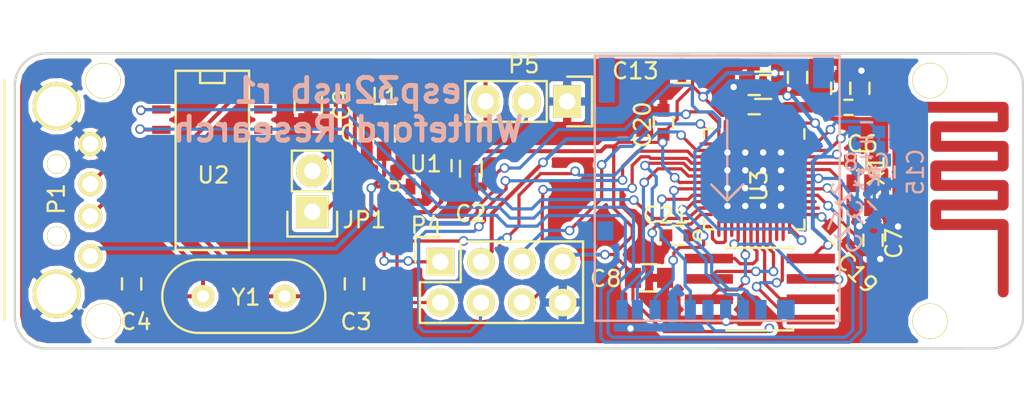
<source format=kicad_pcb>
(kicad_pcb (version 4) (host pcbnew "(2015-11-24 BZR 6329)-product")
  (layers (0 F.Cu signal) (31 B.Cu signal) (34 B.Paste user) (35 F.Paste user) (36 B.SilkS user) (37 F.SilkS user) (38 B.Mask user) (39 F.Mask user hide) (44 Edge.Cuts user))
  (net 0 "")
  (net 1 +5V)
  (net 2 GND)
  (net 3 +3V3)
  (net 4 "Net-(C4-Pad1)")
  (net 5 "Net-(L1-Pad1)")
  (net 6 USB_DP)
  (net 7 USB_DM)
  (net 8 FT232_TX)
  (net 9 FT232_RX)
  (net 10 "Net-(A1-Pad1)")
  (net 11 "Net-(C5-Pad1)")
  (net 12 "Net-(C6-Pad1)")
  (net 13 "Net-(C7-Pad1)")
  (net 14 F_HOLD)
  (net 15 F_WP)
  (net 16 F_CS)
  (net 17 F_CLK)
  (net 18 F_D0)
  (net 19 F_DI)
  (net 20 "Net-(C3-Pad1)")
  (net 21 "Net-(C9-Pad1)")
  (net 22 "Net-(C15-Pad2)")
  (net 23 "Net-(C18-Pad1)")
  (net 24 "Net-(C21-Pad1)")
  (net 25 HS2_DATA0)
  (net 26 HS2_DATA1)
  (net 27 HS2_CLK)
  (net 28 HS2_CMD)
  (net 29 HS2_DATA3)
  (net 30 GPIO23)
  (net 31 GPIO25)
  (net 32 32_XP)
  (net 33 GPIO26)
  (net 34 32K_XN)
  (net 35 GPIO27)
  (net 36 GPIO0)
  (net 37 "Net-(U3-Pad5)")
  (net 38 "Net-(U3-Pad6)")
  (net 39 "Net-(U3-Pad7)")
  (net 40 "Net-(U3-Pad8)")
  (net 41 "Net-(U3-Pad10)")
  (net 42 "Net-(U3-Pad11)")
  (net 43 HS2_DATA2)
  (net 44 "Net-(U3-Pad25)")
  (net 45 "Net-(U3-Pad27)")
  (net 46 "Net-(U3-Pad34)")
  (net 47 "Net-(U3-Pad35)")
  (net 48 "Net-(U3-Pad38)")
  (net 49 "Net-(U3-Pad39)")
  (net 50 "Net-(U3-Pad42)")
  (module testpoint:testpoint (layer F.Cu) (at 171.6 104.85)
    (fp_text reference W7 hide)
    (fp_text value TEST_1P hide)
    (pad 1 smd circle (at 0 0) (size 0.2 0.2) (layers F.Cu F.Paste F.Mask) (net 50 "Net-(U3-Pad42)"))
  )
  (module testpoint:testpoint (layer F.Cu) (at 171.85 106.05)
    (fp_text reference W8 hide)
    (fp_text value TEST_1P hide)
    (pad 1 smd circle (at 0 0) (size 0.2 0.2) (layers F.Cu F.Paste F.Mask) (net 49 "Net-(U3-Pad39)"))
  )
  (module testpoint:testpoint (layer F.Cu) (at 172.05 106.45)
    (fp_text reference W9 hide)
    (fp_text value TEST_1P hide)
    (pad 1 smd circle (at 0 0) (size 0.2 0.2) (layers F.Cu F.Paste F.Mask) (net 48 "Net-(U3-Pad38)"))
  )
  (module microsd:MICROSD (layer B.Cu) (at 166.37 109.474)
    (fp_text reference CON1 hide)
    (fp_text value SD_Card hide)
    (pad 7 smd rect (at -4.5 3.3) (size 0.7 1.2) (layers B.Cu B.Paste B.Mask) (net 25 HS2_DATA0))
    (pad 10 smd rect (at -7.5 -11) (size 1 2.8) (layers B.Cu B.Paste B.Mask))
    (pad 11 smd rect (at 6 -11.45) (size 1.3 1.9) (layers B.Cu B.Paste B.Mask))
    (pad 8 smd rect (at -5.6 3.3) (size 0.7 1.2) (layers B.Cu B.Paste B.Mask) (net 26 HS2_DATA1))
    (pad 6 smd rect (at -3.4 3.3) (size 0.7 1.2) (layers B.Cu B.Paste B.Mask) (net 2 GND))
    (pad 5 smd rect (at -2.3 3.3) (size 0.7 1.2) (layers B.Cu B.Paste B.Mask) (net 27 HS2_CLK))
    (pad 4 smd rect (at -1.2 3.3) (size 0.7 1.2) (layers B.Cu B.Paste B.Mask) (net 3 +3V3))
    (pad 3 smd rect (at -0.1 3.3) (size 0.7 1.2) (layers B.Cu B.Paste B.Mask) (net 2 GND))
    (pad 2 smd rect (at 1 3.3) (size 0.7 1.2) (layers B.Cu B.Paste B.Mask) (net 28 HS2_CMD))
    (pad 1 smd rect (at 2.1 3.3) (size 0.7 1.2) (layers B.Cu B.Paste B.Mask) (net 29 HS2_DATA3))
    (pad 12 smd rect (at 3.65 3.3) (size 1.1 1.2) (layers B.Cu B.Paste B.Mask))
    (pad 9 smd rect (at -6.55 3.3) (size 0.7 1.2) (layers B.Cu B.Paste B.Mask) (net 43 HS2_DATA2))
    (pad 14 smd rect (at -7.6 -1.6) (size 1 1.2) (layers B.Cu B.Paste B.Mask))
  )
  (module Socket_Strips:Socket_Strip_Straight_2x04 (layer F.Cu) (at 148.5 109.8)
    (fp_text reference P4 (at -0.875 -2.275) (layer F.SilkS))
    (fp_text value CONN_02X04 hide)
    (pad 1 thru_hole rect (at 0 0) (size 1.7272 1.7272) (drill 1.016) (layers *.Cu *.Mask F.SilkS) (net 30 GPIO23))
    (pad 2 thru_hole oval (at 0 2.54) (size 1.7272 1.7272) (drill 1.016) (layers *.Cu *.Mask F.SilkS) (net 31 GPIO25))
    (pad 3 thru_hole oval (at 2.54 0) (size 1.7272 1.7272) (drill 1.016) (layers *.Cu *.Mask F.SilkS) (net 32 32_XP))
    (pad 4 thru_hole oval (at 2.54 2.54) (size 1.7272 1.7272) (drill 1.016) (layers *.Cu *.Mask F.SilkS) (net 33 GPIO26))
    (pad 5 thru_hole oval (at 5.08 0) (size 1.7272 1.7272) (drill 1.016) (layers *.Cu *.Mask F.SilkS) (net 34 32K_XN))
    (pad 6 thru_hole oval (at 5.08 2.54) (size 1.7272 1.7272) (drill 1.016) (layers *.Cu *.Mask F.SilkS) (net 35 GPIO27))
    (pad 7 thru_hole oval (at 7.62 0) (size 1.7272 1.7272) (drill 1.016) (layers *.Cu *.Mask F.SilkS) (net 3 +3V3))
    (pad 8 thru_hole oval (at 7.62 2.54) (size 1.7272 1.7272) (drill 1.016) (layers *.Cu *.Mask F.SilkS) (net 2 GND))
  )
  (module Capacitors_SMD:C_0402 (layer F.Cu) (at 173.92 100.17)
    (fp_text reference C5 hide)
    (fp_text value 5.6pF hide)
    (pad 1 smd rect (at -0.55 0) (size 0.6 0.5) (layers F.Cu F.Paste F.Mask) (net 11 "Net-(C5-Pad1)"))
    (pad 2 smd rect (at 0.55 0) (size 0.6 0.5) (layers F.Cu F.Paste F.Mask) (net 10 "Net-(A1-Pad1)"))
  )
  (module Housings_SOIC:SOIC-8_3.9x4.9mm_Pitch1.27mm (layer F.Cu) (at 168.4 111.5)
    (fp_text reference U4 hide)
    (fp_text value SERFLASH hide)
    (pad 1 smd rect (at -3.175 -1.905) (size 3 0.6) (layers F.Cu F.Paste F.Mask) (net 16 F_CS))
    (pad 2 smd rect (at -3.175 -0.635) (size 3 0.6) (layers F.Cu F.Paste F.Mask) (net 18 F_D0))
    (pad 3 smd rect (at -3.175 0.635) (size 3 0.6) (layers F.Cu F.Paste F.Mask) (net 15 F_WP))
    (pad 4 smd rect (at -3.175 1.905) (size 3 0.6) (layers F.Cu F.Paste F.Mask) (net 2 GND))
    (pad 5 smd rect (at 3.175 1.905) (size 3 0.6) (layers F.Cu F.Paste F.Mask) (net 19 F_DI))
    (pad 6 smd rect (at 3.175 0.635) (size 3 0.6) (layers F.Cu F.Paste F.Mask) (net 17 F_CLK))
    (pad 7 smd rect (at 3.175 -0.635) (size 3 0.6) (layers F.Cu F.Paste F.Mask) (net 14 F_HOLD))
    (pad 8 smd rect (at 3.175 -1.905) (size 3 0.6) (layers F.Cu F.Paste F.Mask) (net 3 +3V3))
  )
  (module Connect:1pin (layer F.Cu) (at 179 98.5)
    (fp_text reference REF** hide)
    (fp_text value 1pin hide)
    (pad 1 thru_hole circle (at 0 0) (size 2.2 2.2) (drill 2.1) (layers *.Cu *.Mask F.SilkS))
  )
  (module Connect:1pin (layer F.Cu) (at 179 113.5)
    (fp_text reference REF** hide)
    (fp_text value 1pin)
    (pad 1 thru_hole circle (at 0 0) (size 2.2 2.2) (drill 2.1) (layers *.Cu *.Mask F.SilkS))
  )
  (module Connect:1pin (layer F.Cu) (at 127.5 113.5)
    (fp_text reference REF** hide)
    (fp_text value 1pin)
    (pad 1 thru_hole circle (at 0 0) (size 2.2 2.2) (drill 2.1) (layers *.Cu *.Mask F.SilkS))
  )
  (module Connect:1pin (layer F.Cu) (at 127.5 98.5)
    (fp_text reference REF** hide)
    (fp_text value 1pin)
    (pad 1 thru_hole circle (at 0 0) (size 2.2 2.2) (drill 2.1) (layers *.Cu *.Mask F.SilkS))
  )
  (module Connect:USB_A (layer F.Cu) (at 122.5 109.5 90)
    (fp_text reference P1 (at 3.62 2.09 90) (layer F.SilkS))
    (fp_text value USB_A hide)
    (pad 4 thru_hole circle (at 7.05 4.2) (size 1.50114 1.50114) (drill 1.00076) (layers *.Cu *.Mask F.SilkS) (net 2 GND))
    (pad 3 thru_hole circle (at 4.55 4.2) (size 1.50114 1.50114) (drill 1.00076) (layers *.Cu *.Mask F.SilkS) (net 6 USB_DP))
    (pad 2 thru_hole circle (at 2.54 4.2) (size 1.50114 1.50114) (drill 1.00076) (layers *.Cu *.Mask F.SilkS) (net 7 USB_DM))
    (pad 1 thru_hole circle (at 0.05 4.2) (size 1.50114 1.50114) (drill 1.00076) (layers *.Cu *.Mask F.SilkS) (net 1 +5V))
    (pad 5 thru_hole circle (at 9.4 2.1) (size 2.99974 2.99974) (drill 2.5) (layers *.Cu *.Mask F.SilkS) (net 2 GND))
    (pad 5 thru_hole circle (at -2.3 2.1) (size 2.99974 2.99974) (drill 2.5) (layers *.Cu *.Mask F.SilkS) (net 2 GND))
    (pad 6 thru_hole circle (at 5.8 2.1) (size 1.2 1.2) (drill 1.1) (layers *.Cu *.Mask F.SilkS))
    (pad 7 thru_hole circle (at 1.3 2.1) (size 1.2 1.2) (drill 1.1) (layers *.Cu *.Mask F.SilkS))
  )
  (module Resistors_SMD:R_0603_HandSoldering (layer F.Cu) (at 145 101.8 90)
    (fp_text reference C1 (at 0 -1.8 180) (layer F.SilkS))
    (fp_text value 4.7uF hide)
    (pad 1 smd rect (at -1.1 0 90) (size 1.2 0.9) (layers F.Cu F.Paste F.Mask) (net 1 +5V))
    (pad 2 smd rect (at 1.1 0 90) (size 1.2 0.9) (layers F.Cu F.Paste F.Mask) (net 2 GND))
  )
  (module Resistors_SMD:R_0603_HandSoldering (layer F.Cu) (at 150.4 104 270)
    (fp_text reference C2 (at 2.8 0 360) (layer F.SilkS))
    (fp_text value 4.7uF hide)
    (pad 1 smd rect (at -1.1 0 270) (size 1.2 0.9) (layers F.Cu F.Paste F.Mask) (net 3 +3V3))
    (pad 2 smd rect (at 1.1 0 270) (size 1.2 0.9) (layers F.Cu F.Paste F.Mask) (net 2 GND))
  )
  (module Socket_Strips:Socket_Strip_Straight_1x02 (layer F.Cu) (at 140.525 106.675 90)
    (fp_text reference JP1 (at -0.513 3.239 180) (layer F.SilkS))
    (fp_text value JUMPER hide)
    (pad 1 thru_hole rect (at 0 0 90) (size 2.032 2.032) (drill 1.016) (layers *.Cu *.Mask F.SilkS) (net 3 +3V3))
    (pad 2 thru_hole oval (at 2.54 0 90) (size 2.032 2.032) (drill 1.016) (layers *.Cu *.Mask F.SilkS) (net 21 "Net-(C9-Pad1)"))
  )
  (module espusb:TDK_VLS_INDUCTOR (layer F.Cu) (at 147.6 99.6)
    (fp_text reference L1 (at -2.55 -0.1) (layer F.SilkS))
    (fp_text value 4.7uH hide)
    (pad 1 smd rect (at -1 0) (size 1 3) (layers F.Cu F.Paste F.Mask) (net 5 "Net-(L1-Pad1)"))
    (pad 2 smd rect (at 1 0) (size 1 3) (layers F.Cu F.Paste F.Mask) (net 3 +3V3))
  )
  (module espusb:TSOT-5 (layer F.Cu) (at 147.6 103.8)
    (fp_text reference U1 (at 0 -0.1) (layer F.SilkS))
    (fp_text value MCP1603 hide)
    (pad 1 smd rect (at -0.94996 1.30048) (size 0.6 1.00076) (layers F.Cu F.Paste F.Mask) (net 1 +5V))
    (pad 2 smd rect (at 0 1.30048) (size 0.6 1.00076) (layers F.Cu F.Paste F.Mask) (net 2 GND))
    (pad 3 smd rect (at 0.94996 1.30048) (size 0.6 1.00076) (layers F.Cu F.Paste F.Mask) (net 1 +5V))
    (pad 4 smd rect (at 0.94996 -1.5) (size 0.6 1.00076) (layers F.Cu F.Paste F.Mask) (net 3 +3V3))
    (pad 5 smd rect (at -0.94996 -1.5) (size 0.6 1.00076) (layers F.Cu F.Paste F.Mask) (net 5 "Net-(L1-Pad1)"))
  )
  (module Capacitors_SMD:C_0805 (layer F.Cu) (at 168.61 98.79 180)
    (fp_text reference C11 hide)
    (fp_text value 10uF hide)
    (pad 1 smd rect (at -1 0 180) (size 1 1.25) (layers F.Cu F.Paste F.Mask) (net 3 +3V3))
    (pad 2 smd rect (at 1 0 180) (size 1 1.25) (layers F.Cu F.Paste F.Mask) (net 2 GND))
  )
  (module smdxtal:smd_xtal (layer F.Cu) (at 174.9 105.5)
    (fp_text reference X1 (at 0.75 -1.4 270) (layer F.SilkS))
    (fp_text value CRYSTAL_SMD hide)
    (pad 1 smd rect (at -0.7 -0.6) (size 0.8 1.1) (layers F.Cu F.Paste F.Mask) (net 12 "Net-(C6-Pad1)"))
    (pad 3 smd rect (at 0.4 -0.6) (size 0.8 1.1) (layers F.Cu F.Paste F.Mask) (net 2 GND))
    (pad 3 smd rect (at -0.7 0.9) (size 0.8 1.1) (layers F.Cu F.Paste F.Mask) (net 2 GND))
    (pad 2 smd rect (at 0.4 0.9) (size 0.8 1.1) (layers F.Cu F.Paste F.Mask) (net 13 "Net-(C7-Pad1)"))
  )
  (module Socket_Strips:Socket_Strip_Straight_1x03 (layer F.Cu) (at 156.4 99.8 180)
    (fp_text reference P5 (at 2.7 2.275 180) (layer F.SilkS))
    (fp_text value CONN_01X03 hide)
    (pad 1 thru_hole rect (at 0 0 180) (size 1.7272 2.032) (drill 1.016) (layers *.Cu *.Mask F.SilkS) (net 2 GND))
    (pad 2 thru_hole oval (at 2.54 0 180) (size 1.7272 2.032) (drill 1.016) (layers *.Cu *.Mask F.SilkS) (net 36 GPIO0))
    (pad 3 thru_hole oval (at 5.08 0 180) (size 1.7272 2.032) (drill 1.016) (layers *.Cu *.Mask F.SilkS) (net 3 +3V3))
  )
  (module Capacitors_SMD:C_0805 (layer F.Cu) (at 140.275 100.025 270)
    (fp_text reference C9 (at 0 -2.1 270) (layer F.SilkS))
    (fp_text value 100nF)
    (pad 1 smd rect (at -1 0 270) (size 1 1.25) (layers F.Cu F.Paste F.Mask) (net 21 "Net-(C9-Pad1)"))
    (pad 2 smd rect (at 1 0 270) (size 1 1.25) (layers F.Cu F.Paste F.Mask) (net 2 GND))
  )
  (module SMD_Packages:SO-16-N (layer F.Cu) (at 134.3 103.475 270)
    (fp_text reference U2 (at 0.919 -0.066 360) (layer F.SilkS))
    (fp_text value ch340)
    (pad 16 smd rect (at -4.445 -3.175 270) (size 0.508 1.143) (layers F.Cu F.Paste F.Mask) (net 21 "Net-(C9-Pad1)"))
    (pad 14 smd rect (at -1.905 -3.175 270) (size 0.508 1.143) (layers F.Cu F.Paste F.Mask))
    (pad 13 smd rect (at -0.635 -3.175 270) (size 0.508 1.143) (layers F.Cu F.Paste F.Mask))
    (pad 12 smd rect (at 0.635 -3.175 270) (size 0.508 1.143) (layers F.Cu F.Paste F.Mask))
    (pad 11 smd rect (at 1.905 -3.175 270) (size 0.508 1.143) (layers F.Cu F.Paste F.Mask))
    (pad 10 smd rect (at 3.175 -3.175 270) (size 0.508 1.143) (layers F.Cu F.Paste F.Mask))
    (pad 9 smd rect (at 4.445 -3.175 270) (size 0.508 1.143) (layers F.Cu F.Paste F.Mask))
    (pad 8 smd rect (at 4.445 3.175 270) (size 0.508 1.143) (layers F.Cu F.Paste F.Mask) (net 4 "Net-(C4-Pad1)"))
    (pad 7 smd rect (at 3.175 3.175 270) (size 0.508 1.143) (layers F.Cu F.Paste F.Mask) (net 20 "Net-(C3-Pad1)"))
    (pad 6 smd rect (at 1.905 3.175 270) (size 0.508 1.143) (layers F.Cu F.Paste F.Mask) (net 7 USB_DM))
    (pad 5 smd rect (at 0.635 3.175 270) (size 0.508 1.143) (layers F.Cu F.Paste F.Mask) (net 6 USB_DP))
    (pad 4 smd rect (at -0.635 3.175 270) (size 0.508 1.143) (layers F.Cu F.Paste F.Mask) (net 21 "Net-(C9-Pad1)"))
    (pad 3 smd rect (at -1.905 3.175 270) (size 0.508 1.143) (layers F.Cu F.Paste F.Mask) (net 9 FT232_RX))
    (pad 2 smd rect (at -3.175 3.175 270) (size 0.508 1.143) (layers F.Cu F.Paste F.Mask) (net 8 FT232_TX))
    (pad 1 smd rect (at -4.445 3.175 270) (size 0.508 1.143) (layers F.Cu F.Paste F.Mask) (net 2 GND))
    (pad 15 smd rect (at -3.175 -3.175 270) (size 0.508 1.143) (layers F.Cu F.Paste F.Mask))
  )
  (module Crystals:HC-49V (layer F.Cu) (at 138.8 111.95 180)
    (fp_text reference Y1 (at 2.402 -0.064 180) (layer F.SilkS))
    (fp_text value 12MHz)
    (pad 1 thru_hole circle (at 0 0 180) (size 1.4224 1.4224) (drill 0.762) (layers *.Cu *.Mask F.SilkS) (net 20 "Net-(C3-Pad1)"))
    (pad 2 thru_hole circle (at 5.08 0 180) (size 1.4224 1.4224) (drill 0.762) (layers *.Cu *.Mask F.SilkS) (net 4 "Net-(C4-Pad1)"))
  )
  (module Capacitors_SMD:C_0603 (layer F.Cu) (at 143.15 111.175 90)
    (fp_text reference C3 (at -2.363 0.106 180) (layer F.SilkS))
    (fp_text value 22pF)
    (pad 1 smd rect (at -0.75 0 90) (size 0.8 0.75) (layers F.Cu F.Paste F.Mask) (net 20 "Net-(C3-Pad1)"))
    (pad 2 smd rect (at 0.75 0 90) (size 0.8 0.75) (layers F.Cu F.Paste F.Mask) (net 2 GND))
  )
  (module Capacitors_SMD:C_0603 (layer F.Cu) (at 129.275 111.175 90)
    (fp_text reference C4 (at -2.363 0.265 180) (layer F.SilkS))
    (fp_text value 22pF)
    (pad 1 smd rect (at -0.75 0 90) (size 0.8 0.75) (layers F.Cu F.Paste F.Mask) (net 4 "Net-(C4-Pad1)"))
    (pad 2 smd rect (at 0.75 0 90) (size 0.8 0.75) (layers F.Cu F.Paste F.Mask) (net 2 GND))
  )
  (module antenna:svg2mod (layer F.Cu) (at 176.784 105.918)
    (fp_text reference svg2mod hide)
    (fp_text value G*** hide)
    (fp_poly (pts (xy -7.104253 -5.736494) (xy -7.112235 -4.751105) (xy -7.110653 -4.727098) (xy -7.105472 -4.703781) (xy -7.09701 -4.681491) (xy -7.085589 -4.660563) (xy -7.071528 -4.641335) (xy -7.055148 -4.624143) (xy -7.03677 -4.609322) (xy -7.016713 -4.597209) (xy -6.995298 -4.588141) (xy -6.972845 -4.582453) (xy -6.949674 -4.580482) (xy -6.926502 -4.582453) (xy -6.904048 -4.588141) (xy -6.882632 -4.597209) (xy -6.862574 -4.609322) (xy -6.844194 -4.624143) (xy -6.827814 -4.641335) (xy -6.813753 -4.660563) (xy -6.802333 -4.681491) (xy -6.793872 -4.703781) (xy -6.788692 -4.727098) (xy -6.787114 -4.751105) (xy -6.777634 -5.421517) (xy -4.473205 -5.43599) (xy -3.389472 -5.43599) (xy -3.363732 -5.436687) (xy -3.338144 -5.439467) (xy -3.312853 -5.444271) (xy -3.288009 -5.451039) (xy -3.263758 -5.459712) (xy -3.240249 -5.47023) (xy -3.21763 -5.482535) (xy -3.196047 -5.496566) (xy -3.17565 -5.512265) (xy -3.156585 -5.529572) (xy -3.139011 -5.548389) (xy -3.123026 -5.568563) (xy -3.10869 -5.589944) (xy -3.096067 -5.612388) (xy -3.085217 -5.635745) (xy -3.076201 -5.659871) (xy -3.069082 -5.684617) (xy -3.063921 -5.709837) (xy -3.060779 -5.735384) (xy -3.059719 -5.76111) (xy -3.060779 -5.786836) (xy -3.063921 -5.812383) (xy -3.069082 -5.837603) (xy -3.076201 -5.862349) (xy -3.085217 -5.886475) (xy -3.096067 -5.909832) (xy -3.10869 -5.932276) (xy -3.123026 -5.953657) (xy -3.139011 -5.973831) (xy -3.156585 -5.992648) (xy -3.17565 -6.009955) (xy -3.196047 -6.025654) (xy -3.21763 -6.039685) (xy -3.240249 -6.05199) (xy -3.263758 -6.062509) (xy -3.288009 -6.071182) (xy -3.312853 -6.07795) (xy -3.338144 -6.082753) (xy -3.363732 -6.085533) (xy -3.389472 -6.08623) (xy -4.451194 -6.08623) (xy -4.473205 -6.08623) (xy -6.776138 -6.08623) (xy -6.801877 -6.085533) (xy -6.827466 -6.082753) (xy -6.852756 -6.077949) (xy -6.877601 -6.071181) (xy -6.901851 -6.062508) (xy -6.92536 -6.05199) (xy -6.947979 -6.039685) (xy -6.969562 -6.025654) (xy -6.989959 -6.009955) (xy -7.009023 -5.992648) (xy -7.026598 -5.973831) (xy -7.042584 -5.953657) (xy -7.056919 -5.932276) (xy -7.069543 -5.909832) (xy -7.080393 -5.886475) (xy -7.089408 -5.862349) (xy -7.096526 -5.837603) (xy -7.101687 -5.812383) (xy -7.104829 -5.786836) (xy -7.10589 -5.76111) (xy -7.104253 -5.736494)) (layer F.Cu) (width 0.00254))
    (fp_poly (pts (xy 0.265178 -6.100933) (xy 0.238712 -6.099319) (xy 0.212468 -6.095603) (xy 0.186591 -6.089846) (xy 0.16123 -6.082112) (xy 0.13653 -6.072461) (xy 0.11264 -6.060956) (xy 0.089706 -6.04766) (xy 0.067876 -6.032634) (xy 0.047295 -6.01594) (xy 0.028111 -5.997641) (xy 0.009115 -5.975585) (xy -0.006469 -5.952439) (xy -0.019064 -5.928378) (xy -0.02909 -5.903578) (xy -0.036971 -5.878215) (xy -0.04313 -5.852464) (xy -0.047987 -5.826501) (xy -0.051966 -5.800501) (xy -0.05549 -5.774641) (xy -0.058979 -5.749095) (xy -0.062858 -5.724039) (xy -0.067547 -5.69965) (xy -0.067547 1.693444) (xy -0.066803 1.720255) (xy -0.063897 1.746909) (xy -0.058888 1.773253) (xy -0.051839 1.799132) (xy -0.042808 1.824393) (xy -0.031857 1.848882) (xy -0.019047 1.872444) (xy -0.004438 1.894925) (xy 0.011909 1.916173) (xy 0.029935 1.936031) (xy 0.049537 1.954338) (xy 0.070551 1.970989) (xy 0.092824 1.985922) (xy 0.116203 1.999071) (xy 0.140534 2.010373) (xy 0.165664 2.019764) (xy 0.191441 2.027179) (xy 0.217711 2.032555) (xy 0.244322 2.035828) (xy 0.27112 2.036933) (xy 0.297919 2.035828) (xy 0.32453 2.032555) (xy 0.350801 2.027179) (xy 0.376579 2.019764) (xy 0.401709 2.010373) (xy 0.42604 1.999071) (xy 0.449418 1.985922) (xy 0.47169 1.970989) (xy 0.492703 1.954338) (xy 0.512304 1.936031) (xy 0.530333 1.916173) (xy 0.546687 1.894925) (xy 0.561303 1.872444) (xy 0.574121 1.848882) (xy 0.585078 1.824393) (xy 0.594112 1.799132) (xy 0.601162 1.773253) (xy 0.606166 1.746909) (xy 0.609061 1.720255) (xy 0.609786 1.693444) (xy 0.609786 -5.418556) (xy 6.434856 -5.418556) (xy 6.434856 -4.87669) (xy 2.574053 -4.87669) (xy 2.547497 -4.875602) (xy 2.521123 -4.872388) (xy 2.49508 -4.867107) (xy 2.469518 -4.859822) (xy 2.444586 -4.850595) (xy 2.420432 -4.839487) (xy 2.397207 -4.826561) (xy 2.375059 -4.811878) (xy 2.354137 -4.7955) (xy 2.334591 -4.777489) (xy 2.31658 -4.757943) (xy 2.300201 -4.737021) (xy 2.285518 -4.714873) (xy 2.272592 -4.691647) (xy 2.261484 -4.667494) (xy 2.252256 -4.642561) (xy 2.244971 -4.616998) (xy 2.239689 -4.590955) (xy 2.236474 -4.56458) (xy 2.235386 -4.538023) (xy 2.235386 -3.318823) (xy 2.236474 -3.292267) (xy 2.239689 -3.265892) (xy 2.244971 -3.23985) (xy 2.252256 -3.214287) (xy 2.261484 -3.189355) (xy 2.272592 -3.165201) (xy 2.285518 -3.141975) (xy 2.300201 -3.119827) (xy 2.31658 -3.098906) (xy 2.334591 -3.07936) (xy 2.354137 -3.061349) (xy 2.375059 -3.04497) (xy 2.397207 -3.030287) (xy 2.420432 -3.01736) (xy 2.444586 -3.006252) (xy 2.469518 -2.997025) (xy 2.49508 -2.98974) (xy 2.521123 -2.984459) (xy 2.547497 -2.981243) (xy 2.574053 -2.980156) (xy 6.434856 -2.980156) (xy 6.434856 -2.43829) (xy 2.574053 -2.43829) (xy 2.547497 -2.437202) (xy 2.521123 -2.433988) (xy 2.49508 -2.428707) (xy 2.469518 -2.421422) (xy 2.444586 -2.412195) (xy 2.420432 -2.401087) (xy 2.397207 -2.388161) (xy 2.375059 -2.373478) (xy 2.354137 -2.3571) (xy 2.334591 -2.339089) (xy 2.31658 -2.319543) (xy 2.300201 -2.298621) (xy 2.285518 -2.276473) (xy 2.272592 -2.253247) (xy 2.261484 -2.229094) (xy 2.252256 -2.204161) (xy 2.244971 -2.178598) (xy 2.239689 -2.152555) (xy 2.236474 -2.12618) (xy 2.235386 -2.099623) (xy 2.235386 -0.880423) (xy 2.236474 -0.853867) (xy 2.239689 -0.827492) (xy 2.244971 -0.80145) (xy 2.252256 -0.775887) (xy 2.261484 -0.750955) (xy 2.272592 -0.726801) (xy 2.285518 -0.703575) (xy 2.300201 -0.681427) (xy 2.31658 -0.660506) (xy 2.334591 -0.64096) (xy 2.354137 -0.622948) (xy 2.375059 -0.60657) (xy 2.397207 -0.591887) (xy 2.420432 -0.57896) (xy 2.444586 -0.567852) (xy 2.469518 -0.558625) (xy 2.49508 -0.55134) (xy 2.521123 -0.546059) (xy 2.547497 -0.542843) (xy 2.574053 -0.541756) (xy 6.434856 -0.541756) (xy 6.434856 0.00011) (xy 2.574053 0.00011) (xy 2.547497 0.001198) (xy 2.521123 0.004412) (xy 2.49508 0.009693) (xy 2.469518 0.016978) (xy 2.444586 0.026205) (xy 2.420432 0.037313) (xy 2.397207 0.050239) (xy 2.375059 0.064922) (xy 2.354137 0.0813) (xy 2.334591 0.099311) (xy 2.31658 0.118857) (xy 2.300201 0.139779) (xy 2.285518 0.161927) (xy 2.272592 0.185153) (xy 2.261484 0.209306) (xy 2.252256 0.234239) (xy 2.244971 0.259802) (xy 2.239689 0.285845) (xy 2.236474 0.31222) (xy 2.235386 0.338777) (xy 2.235386 1.50125) (xy 2.23203 1.52789) (xy 2.230862 1.5547) (xy 2.231839 1.581521) (xy 2.234917 1.608192) (xy 2.240052 1.634554) (xy 2.2472 1.660446) (xy 2.256316 1.685709) (xy 2.267357 1.710181) (xy 2.280278 1.733705) (xy 2.295036 1.756118) (xy 2.311586 1.777262) (xy 2.32173 1.789122) (xy 2.336962 1.804355) (xy 2.356463 1.821907) (xy 2.377296 1.837822) (xy 2.399315 1.852053) (xy 2.422371 1.864555) (xy 2.446318 1.875279) (xy 2.471009 1.884179) (xy 2.496296 1.891207) (xy 2.522032 1.896318) (xy 2.548069 1.899464) (xy 2.574262 1.900598) (xy 2.600462 1.899674) (xy 2.626522 1.896644) (xy 6.434831 1.896644) (xy 6.434831 5.757444) (xy 6.435575 5.784255) (xy 6.438481 5.810909) (xy 6.443489 5.837253) (xy 6.450539 5.863132) (xy 6.459569 5.888393) (xy 6.47052 5.912882) (xy 6.48333 5.936444) (xy 6.497939 5.958925) (xy 6.514287 5.980173) (xy 6.532313 6.000031) (xy 6.551915 6.018338) (xy 6.572928 6.034989) (xy 6.5952 6.049922) (xy 6.618578 6.063071) (xy 6.642909 6.074373) (xy 6.668039 6.083764) (xy 6.693817 6.091179) (xy 6.720087 6.096556) (xy 6.746699 6.099828) (xy 6.773498 6.100933) (xy 6.800296 6.099828) (xy 6.826907 6.096556) (xy 6.853178 6.091179) (xy 6.878955 6.083764) (xy 6.904086 6.074373) (xy 6.928417 6.063071) (xy 6.951795 6.049922) (xy 6.974067 6.034989) (xy 6.995081 6.018338) (xy 7.014683 6.000031) (xy 7.032711 5.980173) (xy 7.049063 5.958925) (xy 7.063679 5.936444) (xy 7.076496 5.912882) (xy 7.087453 5.888393) (xy 7.096487 5.863132) (xy 7.103538 5.837253) (xy 7.108542 5.810909) (xy 7.111438 5.784255) (xy 7.112165 5.757444) (xy 7.112165 1.557977) (xy 7.111077 1.53142) (xy 7.107862 1.505045) (xy 7.102581 1.479002) (xy 7.095296 1.453439) (xy 7.086069 1.428506) (xy 7.074961 1.404353) (xy 7.062035 1.381127) (xy 7.047352 1.358979) (xy 7.030974 1.338057) (xy 7.012962 1.318511) (xy 6.993417 1.3005) (xy 6.972495 1.284122) (xy 6.950347 1.269439) (xy 6.927121 1.256513) (xy 6.902967 1.245405) (xy 6.878035 1.236178) (xy 6.852472 1.228893) (xy 6.826429 1.223612) (xy 6.800055 1.220398) (xy 6.773498 1.21931) (xy 2.912695 1.21931) (xy 2.912695 0.677444) (xy 6.773498 0.677444) (xy 6.800055 0.676357) (xy 6.826429 0.673141) (xy 6.852472 0.66786) (xy 6.878035 0.660575) (xy 6.902967 0.651348) (xy 6.927121 0.64024) (xy 6.950347 0.627313) (xy 6.972495 0.61263) (xy 6.993417 0.596252) (xy 7.012962 0.57824) (xy 7.030974 0.558694) (xy 7.047352 0.537773) (xy 7.062035 0.515625) (xy 7.074961 0.492399) (xy 7.086069 0.468245) (xy 7.095296 0.443313) (xy 7.102581 0.41775) (xy 7.107862 0.391708) (xy 7.111077 0.365333) (xy 7.112165 0.338777) (xy 7.112165 -0.880423) (xy 7.111077 -0.90698) (xy 7.107862 -0.933355) (xy 7.102581 -0.959398) (xy 7.095296 -0.984961) (xy 7.086069 -1.009894) (xy 7.074961 -1.034047) (xy 7.062035 -1.057273) (xy 7.047352 -1.079421) (xy 7.030974 -1.100343) (xy 7.012962 -1.119889) (xy 6.993417 -1.1379) (xy 6.972495 -1.154278) (xy 6.950347 -1.168961) (xy 6.927121 -1.181887) (xy 6.902967 -1.192995) (xy 6.878035 -1.202222) (xy 6.852472 -1.209507) (xy 6.826429 -1.214788) (xy 6.800055 -1.218002) (xy 6.773498 -1.21909) (xy 2.912695 -1.21909) (xy 2.912695 -1.760956) (xy 6.773498 -1.760956) (xy 6.800055 -1.762043) (xy 6.826429 -1.765259) (xy 6.852472 -1.77054) (xy 6.878035 -1.777825) (xy 6.902967 -1.787052) (xy 6.927121 -1.79816) (xy 6.950347 -1.811087) (xy 6.972495 -1.82577) (xy 6.993417 -1.842148) (xy 7.012962 -1.86016) (xy 7.030974 -1.879706) (xy 7.047352 -1.900627) (xy 7.062035 -1.922775) (xy 7.074961 -1.946001) (xy 7.086069 -1.970155) (xy 7.095296 -1.995087) (xy 7.102581 -2.02065) (xy 7.107862 -2.046692) (xy 7.111077 -2.073067) (xy 7.112165 -2.099623) (xy 7.112165 -3.318823) (xy 7.111083 -3.34538) (xy 7.107873 -3.371755) (xy 7.102596 -3.397798) (xy 7.095314 -3.423361) (xy 7.086089 -3.448294) (xy 7.074982 -3.472447) (xy 7.062056 -3.495673) (xy 7.047374 -3.517821) (xy 7.030995 -3.538743) (xy 7.012984 -3.558289) (xy 6.993438 -3.5763) (xy 6.972517 -3.592678) (xy 6.950369 -3.607361) (xy 6.927143 -3.620287) (xy 6.902989 -3.631395) (xy 6.878057 -3.640622) (xy 6.852495 -3.647907) (xy 6.826452 -3.653188) (xy 6.800078 -3.656402) (xy 6.773522 -3.65749) (xy 2.91272 -3.65749) (xy 2.91272 -4.199356) (xy 6.773522 -4.199356) (xy 6.800078 -4.200443) (xy 6.826452 -4.203659) (xy 6.852495 -4.20894) (xy 6.878057 -4.216225) (xy 6.902989 -4.225452) (xy 6.927143 -4.23656) (xy 6.950369 -4.249487) (xy 6.972517 -4.26417) (xy 6.993438 -4.280548) (xy 7.012984 -4.29856) (xy 7.030995 -4.318106) (xy 7.047374 -4.339027) (xy 7.062057 -4.361175) (xy 7.074984 -4.384401) (xy 7.086092 -4.408555) (xy 7.095319 -4.433487) (xy 7.102605 -4.45905) (xy 7.107886 -4.485092) (xy 7.111101 -4.511467) (xy 7.112189 -4.538023) (xy 7.112189 -5.757223) (xy 7.111101 -5.78378) (xy 7.107886 -5.810155) (xy 7.102605 -5.836198) (xy 7.095319 -5.861761) (xy 7.086092 -5.886694) (xy 7.074984 -5.910847) (xy 7.062057 -5.934073) (xy 7.047374 -5.956221) (xy 7.030995 -5.977143) (xy 7.012984 -5.996689) (xy 6.993438 -6.0147) (xy 6.972517 -6.031078) (xy 6.950369 -6.045761) (xy 6.927143 -6.058687) (xy 6.902989 -6.069795) (xy 6.878057 -6.079022) (xy 6.852495 -6.086307) (xy 6.826452 -6.091588) (xy 6.800078 -6.094802) (xy 6.773522 -6.09589) (xy 0.326154 -6.09589) (xy 0.305029 -6.098868) (xy 0.28434 -6.099964) (xy 0.265178 -6.100933)) (layer F.Cu) (width 0.00254))
    (fp_poly (pts (xy -2.305738 -6.08623) (xy -2.331477 -6.085533) (xy -2.357066 -6.082753) (xy -2.382356 -6.077949) (xy -2.407201 -6.071181) (xy -2.431451 -6.062508) (xy -2.45496 -6.05199) (xy -2.47758 -6.039685) (xy -2.499162 -6.025654) (xy -2.51956 -6.009955) (xy -2.538624 -5.992648) (xy -2.556199 -5.973831) (xy -2.572184 -5.953657) (xy -2.586519 -5.932276) (xy -2.599143 -5.909832) (xy -2.609993 -5.886475) (xy -2.619008 -5.862349) (xy -2.626127 -5.837603) (xy -2.631288 -5.812383) (xy -2.63443 -5.786836) (xy -2.635491 -5.76111) (xy -2.63443 -5.735384) (xy -2.631288 -5.709837) (xy -2.626127 -5.684617) (xy -2.619008 -5.659871) (xy -2.609993 -5.635745) (xy -2.599143 -5.612388) (xy -2.586519 -5.589944) (xy -2.572184 -5.568563) (xy -2.556199 -5.548389) (xy -2.538624 -5.529572) (xy -2.51956 -5.512265) (xy -2.499162 -5.496566) (xy -2.47758 -5.482535) (xy -2.45496 -5.47023) (xy -2.431451 -5.459711) (xy -2.407201 -5.451038) (xy -2.382356 -5.44427) (xy -2.357066 -5.439467) (xy -2.331477 -5.436687) (xy -2.305738 -5.43599) (xy -0.409205 -5.43599) (xy -0.39862 -5.43588) (xy -0.384785 -5.4358) (xy -0.367928 -5.435749) (xy -0.348276 -5.435725) (xy -0.326056 -5.435727) (xy -0.301495 -5.435755) (xy -0.27482 -5.435805) (xy -0.246258 -5.435878) (xy -0.216037 -5.435971) (xy -0.184384 -5.436084) (xy -0.151525 -5.436215) (xy -0.117688 -5.436363) (xy -0.083101 -5.436526) (xy -0.04799 -5.436704) (xy -0.012582 -5.436894) (xy 0.022895 -5.437095) (xy 0.058214 -5.437307) (xy 0.093148 -5.437527) (xy 0.127471 -5.437755) (xy 0.160954 -5.437989) (xy 0.19337 -5.438228) (xy 0.224493 -5.43847) (xy 0.254096 -5.438714) (xy 0.28195 -5.438959) (xy 0.30783 -5.439203) (xy 0.331507 -5.439445) (xy 0.352755 -5.439684) (xy 0.371347 -5.439919) (xy 0.387055 -5.440147) (xy 0.402102 -5.443278) (xy 0.415137 -5.451746) (xy 0.426302 -5.46493) (xy 0.435742 -5.482208) (xy 0.443601 -5.502961) (xy 0.450021 -5.526567) (xy 0.455148 -5.552405) (xy 0.459124 -5.579855) (xy 0.462094 -5.608296) (xy 0.464201 -5.637106) (xy 0.46559 -5.665665) (xy 0.466404 -5.693351) (xy 0.466786 -5.719545) (xy 0.466881 -5.743625) (xy 0.466833 -5.76497) (xy 0.466785 -5.782959) (xy 0.468404 -5.793458) (xy 0.473046 -5.80505) (xy 0.480389 -5.817616) (xy 0.490112 -5.831033) (xy 0.501894 -5.845179) (xy 0.515413 -5.859934) (xy 0.530347 -5.875175) (xy 0.546375 -5.89078) (xy 0.563175 -5.90663) (xy 0.580425 -5.922601) (xy 0.597805 -5.938572) (xy 0.614992 -5.954422) (xy 0.631665 -5.970029) (xy 0.647503 -5.985271) (xy 0.662183 -6.000027) (xy 0.675385 -6.014175) (xy 0.686786 -6.027594) (xy 0.696065 -6.040163) (xy 0.702901 -6.051758) (xy 0.706973 -6.06226) (xy 0.707957 -6.071546) (xy 0.705534 -6.079495) (xy 0.69938 -6.085985) (xy 0.689176 -6.090894) (xy 0.674599 -6.094102) (xy 0.655327 -6.095486) (xy 0.646901 -6.095597) (xy 0.635298 -6.095663) (xy 0.620695 -6.095686) (xy 0.603269 -6.095668) (xy 0.583196 -6.095611) (xy 0.560653 -6.095517) (xy 0.535815 -6.095388) (xy 0.50886 -6.095228) (xy 0.479964 -6.095037) (xy 0.449303 -6.094818) (xy 0.417054 -6.094574) (xy 0.383394 -6.094306) (xy 0.348498 -6.094017) (xy 0.312543 -6.093708) (xy 0.275706 -6.093382) (xy 0.238163 -6.093042) (xy 0.200091 -6.092689) (xy 0.161666 -6.092326) (xy 0.123064 -6.091954) (xy 0.084463 -6.091576) (xy 0.046038 -6.091195) (xy 0.007965 -6.090811) (xy -0.029578 -6.090429) (xy -0.066415 -6.090048) (xy -0.10237 -6.089673) (xy -0.137266 -6.089305) (xy -0.170927 -6.088946) (xy -0.203176 -6.088598) (xy -0.233837 -6.088264) (xy -0.262733 -6.087946) (xy -0.289689 -6.087645) (xy -0.314527 -6.087365) (xy -0.337071 -6.087107) (xy -0.357144 -6.086874) (xy -0.374571 -6.086667) (xy -0.389174 -6.08649) (xy -0.400778 -6.086343) (xy -0.409205 -6.086229) (xy -2.305738 -6.08623)) (layer F.Cu) (width 0.00254))
  )
  (module Capacitors_SMD:C_0603 (layer F.Cu) (at 174.8 103.5)
    (fp_text reference C6 (at 0 -1.05) (layer F.SilkS))
    (fp_text value ?)
    (pad 1 smd rect (at -0.75 0) (size 0.8 0.75) (layers F.Cu F.Paste F.Mask) (net 12 "Net-(C6-Pad1)"))
    (pad 2 smd rect (at 0.75 0) (size 0.8 0.75) (layers F.Cu F.Paste F.Mask) (net 2 GND))
  )
  (module Capacitors_SMD:C_0603 (layer F.Cu) (at 175.45 108.45 270)
    (fp_text reference C7 (at 0.2 -1.3 270) (layer F.SilkS))
    (fp_text value ?)
    (pad 1 smd rect (at -0.75 0 270) (size 0.8 0.75) (layers F.Cu F.Paste F.Mask) (net 13 "Net-(C7-Pad1)"))
    (pad 2 smd rect (at 0.75 0 270) (size 0.8 0.75) (layers F.Cu F.Paste F.Mask) (net 2 GND))
  )
  (module Capacitors_SMD:C_0603 (layer F.Cu) (at 168.75 97.55 180)
    (fp_text reference C10 hide)
    (fp_text value 1uF hide)
    (pad 1 smd rect (at -0.75 0 180) (size 0.8 0.75) (layers F.Cu F.Paste F.Mask) (net 3 +3V3))
    (pad 2 smd rect (at 0.75 0 180) (size 0.8 0.75) (layers F.Cu F.Paste F.Mask) (net 2 GND))
  )
  (module Capacitors_SMD:C_0805 (layer F.Cu) (at 161.5 110.8)
    (fp_text reference C8 (at -2.7 0.05) (layer F.SilkS))
    (fp_text value 10uF hide)
    (pad 1 smd rect (at -1 0) (size 1 1.25) (layers F.Cu F.Paste F.Mask) (net 3 +3V3))
    (pad 2 smd rect (at 1 0) (size 1 1.25) (layers F.Cu F.Paste F.Mask) (net 2 GND))
  )
  (module Capacitors_SMD:C_0603 (layer F.Cu) (at 170.75 98.3 90)
    (fp_text reference C12 hide)
    (fp_text value C_Small hide)
    (pad 1 smd rect (at -0.75 0 90) (size 0.8 0.75) (layers F.Cu F.Paste F.Mask) (net 3 +3V3))
    (pad 2 smd rect (at 0.75 0 90) (size 0.8 0.75) (layers F.Cu F.Paste F.Mask) (net 2 GND))
  )
  (module Capacitors_SMD:C_0805 (layer F.Cu) (at 163.55 97.8 180)
    (fp_text reference C13 (at 2.9 -0.1 180) (layer F.SilkS))
    (fp_text value 10uF hide)
    (pad 1 smd rect (at -1 0 180) (size 1 1.25) (layers F.Cu F.Paste F.Mask) (net 3 +3V3))
    (pad 2 smd rect (at 1 0 180) (size 1 1.25) (layers F.Cu F.Paste F.Mask) (net 2 GND))
  )
  (module Capacitors_SMD:C_0603 (layer B.Cu) (at 175 104.6 315)
    (fp_text reference C14 (at 0 1.9 315) (layer B.SilkS) (effects (justify mirror)))
    (fp_text value 100pF hide)
    (pad 1 smd rect (at -0.75 0 315) (size 0.8 0.75) (layers B.Cu B.Paste B.Mask) (net 3 +3V3))
    (pad 2 smd rect (at 0.75 0 315) (size 0.8 0.75) (layers B.Cu B.Paste B.Mask) (net 2 GND))
  )
  (module Capacitors_SMD:C_0603 (layer B.Cu) (at 176.2 104.2 90)
    (fp_text reference C15 (at 0 1.9 90) (layer B.SilkS) (effects (justify mirror)))
    (fp_text value 10nF)
    (pad 1 smd rect (at -0.75 0 90) (size 0.8 0.75) (layers B.Cu B.Paste B.Mask) (net 2 GND))
    (pad 2 smd rect (at 0.75 0 90) (size 0.8 0.75) (layers B.Cu B.Paste B.Mask) (net 22 "Net-(C15-Pad2)"))
  )
  (module Capacitors_SMD:C_0603 (layer F.Cu) (at 168.05 100 180)
    (fp_text reference C16 hide)
    (fp_text value 0.1uF hide)
    (pad 1 smd rect (at -0.75 0 180) (size 0.8 0.75) (layers F.Cu F.Paste F.Mask) (net 3 +3V3))
    (pad 2 smd rect (at 0.75 0 180) (size 0.8 0.75) (layers F.Cu F.Paste F.Mask) (net 2 GND))
  )
  (module Capacitors_SMD:C_0603 (layer B.Cu) (at 174.95 106.7 315)
    (fp_text reference C17 (at 0 1.9 315) (layer B.SilkS) (effects (justify mirror)))
    (fp_text value 1uF hide)
    (pad 1 smd rect (at -0.75 0 315) (size 0.8 0.75) (layers B.Cu B.Paste B.Mask) (net 3 +3V3))
    (pad 2 smd rect (at 0.75 0 315) (size 0.8 0.75) (layers B.Cu B.Paste B.Mask) (net 2 GND))
  )
  (module Capacitors_SMD:C_0603 (layer B.Cu) (at 175.05 101.7)
    (fp_text reference C18 (at 0 1.9) (layer B.SilkS) (effects (justify mirror)))
    (fp_text value 3nF)
    (pad 1 smd rect (at -0.75 0) (size 0.8 0.75) (layers B.Cu B.Paste B.Mask) (net 23 "Net-(C18-Pad1)"))
    (pad 2 smd rect (at 0.75 0) (size 0.8 0.75) (layers B.Cu B.Paste B.Mask) (net 22 "Net-(C15-Pad2)"))
  )
  (module Capacitors_SMD:C_0603 (layer F.Cu) (at 173.3 108.15 315)
    (fp_text reference C19 (at 2.474874 0.848528 315) (layer F.SilkS))
    (fp_text value 0.1uF)
    (pad 1 smd rect (at -0.75 0 315) (size 0.8 0.75) (layers F.Cu F.Paste F.Mask) (net 3 +3V3))
    (pad 2 smd rect (at 0.75 0 315) (size 0.8 0.75) (layers F.Cu F.Paste F.Mask) (net 2 GND))
  )
  (module Capacitors_SMD:C_0603 (layer F.Cu) (at 162.4 101.1 90)
    (fp_text reference C20 (at -0.15 -1.3 90) (layer F.SilkS))
    (fp_text value 0.1uF)
    (pad 1 smd rect (at -0.75 0 90) (size 0.8 0.75) (layers F.Cu F.Paste F.Mask) (net 3 +3V3))
    (pad 2 smd rect (at 0.75 0 90) (size 0.8 0.75) (layers F.Cu F.Paste F.Mask) (net 2 GND))
  )
  (module Capacitors_SMD:C_0603 (layer F.Cu) (at 163.3 108.15 180)
    (fp_text reference C21 (at 0.75 1.25 180) (layer F.SilkS))
    (fp_text value 1uF)
    (pad 1 smd rect (at -0.75 0 180) (size 0.8 0.75) (layers F.Cu F.Paste F.Mask) (net 24 "Net-(C21-Pad1)"))
    (pad 2 smd rect (at 0.75 0 180) (size 0.8 0.75) (layers F.Cu F.Paste F.Mask) (net 2 GND))
  )
  (module Capacitors_SMD:C_0603 (layer F.Cu) (at 174.63 98.98 90)
    (fp_text reference L3 hide)
    (fp_text value INDUCTOR hide)
    (pad 1 smd rect (at -0.75 0 90) (size 0.8 0.75) (layers F.Cu F.Paste F.Mask) (net 10 "Net-(A1-Pad1)"))
    (pad 2 smd rect (at 0.75 0 90) (size 0.8 0.75) (layers F.Cu F.Paste F.Mask) (net 2 GND))
  )
  (module Capacitors_SMD:C_0603 (layer F.Cu) (at 173.44 98.98 90)
    (fp_text reference L4 hide)
    (fp_text value INDUCTOR hide)
    (pad 1 smd rect (at -0.75 0 90) (size 0.8 0.75) (layers F.Cu F.Paste F.Mask) (net 11 "Net-(C5-Pad1)"))
    (pad 2 smd rect (at 0.75 0 90) (size 0.8 0.75) (layers F.Cu F.Paste F.Mask) (net 2 GND))
  )
  (module Capacitors_SMD:C_0603 (layer B.Cu) (at 175.05 102.65)
    (fp_text reference R1 (at 0 1.9) (layer B.SilkS) (effects (justify mirror)))
    (fp_text value 20K)
    (pad 1 smd rect (at -0.75 0) (size 0.8 0.75) (layers B.Cu B.Paste B.Mask) (net 23 "Net-(C18-Pad1)"))
    (pad 2 smd rect (at 0.75 0) (size 0.8 0.75) (layers B.Cu B.Paste B.Mask) (net 22 "Net-(C15-Pad2)"))
  )
  (module Housings_DFN_QFN:UQFN-48-1EP_6x6mm_Pitch0.4mm (layer F.Cu) (at 168.05 104.65 270)
    (fp_text reference U3 (at 0.4 -0.3 270) (layer F.SilkS))
    (fp_text value ESP32 hide)
    (pad 1 smd rect (at -3 -2.2 270) (size 0.8 0.2) (layers F.Cu F.Paste F.Mask) (net 3 +3V3))
    (pad 2 smd rect (at -3 -1.8 270) (size 0.8 0.2) (layers F.Cu F.Paste F.Mask) (net 11 "Net-(C5-Pad1)"))
    (pad 3 smd rect (at -3 -1.4 270) (size 0.8 0.2) (layers F.Cu F.Paste F.Mask) (net 3 +3V3))
    (pad 4 smd rect (at -3 -1 270) (size 0.8 0.2) (layers F.Cu F.Paste F.Mask) (net 3 +3V3))
    (pad 5 smd rect (at -3 -0.6 270) (size 0.8 0.2) (layers F.Cu F.Paste F.Mask) (net 37 "Net-(U3-Pad5)"))
    (pad 6 smd rect (at -3 -0.2 270) (size 0.8 0.2) (layers F.Cu F.Paste F.Mask) (net 38 "Net-(U3-Pad6)"))
    (pad 7 smd rect (at -3 0.2 270) (size 0.8 0.2) (layers F.Cu F.Paste F.Mask) (net 39 "Net-(U3-Pad7)"))
    (pad 8 smd rect (at -3 0.6 270) (size 0.8 0.2) (layers F.Cu F.Paste F.Mask) (net 40 "Net-(U3-Pad8)"))
    (pad 9 smd rect (at -3 1 270) (size 0.8 0.2) (layers F.Cu F.Paste F.Mask) (net 3 +3V3))
    (pad 10 smd rect (at -3 1.4 270) (size 0.8 0.2) (layers F.Cu F.Paste F.Mask) (net 41 "Net-(U3-Pad10)"))
    (pad 11 smd rect (at -3 1.8 270) (size 0.8 0.2) (layers F.Cu F.Paste F.Mask) (net 42 "Net-(U3-Pad11)"))
    (pad 12 smd rect (at -3 2.2 270) (size 0.8 0.2) (layers F.Cu F.Paste F.Mask) (net 32 32_XP))
    (pad 13 smd rect (at -2.2 3) (size 0.8 0.2) (layers F.Cu F.Paste F.Mask) (net 34 32K_XN))
    (pad 14 smd rect (at -1.8 3) (size 0.8 0.2) (layers F.Cu F.Paste F.Mask) (net 31 GPIO25))
    (pad 15 smd rect (at -1.4 3) (size 0.8 0.2) (layers F.Cu F.Paste F.Mask) (net 33 GPIO26))
    (pad 16 smd rect (at -1 3) (size 0.8 0.2) (layers F.Cu F.Paste F.Mask) (net 35 GPIO27))
    (pad 17 smd rect (at -0.6 3) (size 0.8 0.2) (layers F.Cu F.Paste F.Mask) (net 27 HS2_CLK))
    (pad 18 smd rect (at -0.2 3) (size 0.8 0.2) (layers F.Cu F.Paste F.Mask) (net 43 HS2_DATA2))
    (pad 19 smd rect (at 0.2 3) (size 0.8 0.2) (layers F.Cu F.Paste F.Mask) (net 3 +3V3))
    (pad 20 smd rect (at 0.6 3) (size 0.8 0.2) (layers F.Cu F.Paste F.Mask) (net 29 HS2_DATA3))
    (pad 21 smd rect (at 1 3) (size 0.8 0.2) (layers F.Cu F.Paste F.Mask) (net 28 HS2_CMD))
    (pad 22 smd rect (at 1.4 3) (size 0.8 0.2) (layers F.Cu F.Paste F.Mask) (net 25 HS2_DATA0))
    (pad 23 smd rect (at 1.8 3) (size 0.8 0.2) (layers F.Cu F.Paste F.Mask) (net 36 GPIO0))
    (pad 24 smd rect (at 2.2 3) (size 0.8 0.2) (layers F.Cu F.Paste F.Mask) (net 26 HS2_DATA1))
    (pad 25 smd rect (at 3 2.2 270) (size 0.8 0.2) (layers F.Cu F.Paste F.Mask) (net 44 "Net-(U3-Pad25)"))
    (pad 26 smd rect (at 3 1.8 270) (size 0.8 0.2) (layers F.Cu F.Paste F.Mask) (net 24 "Net-(C21-Pad1)"))
    (pad 27 smd rect (at 3 1.4 270) (size 0.8 0.2) (layers F.Cu F.Paste F.Mask) (net 45 "Net-(U3-Pad27)"))
    (pad 28 smd rect (at 3 1 270) (size 0.8 0.2) (layers F.Cu F.Paste F.Mask) (net 14 F_HOLD))
    (pad 29 smd rect (at 3 0.6 270) (size 0.8 0.2) (layers F.Cu F.Paste F.Mask) (net 15 F_WP))
    (pad 30 smd rect (at 3 0.2 270) (size 0.8 0.2) (layers F.Cu F.Paste F.Mask) (net 16 F_CS))
    (pad 31 smd rect (at 3 -0.2 270) (size 0.8 0.2) (layers F.Cu F.Paste F.Mask) (net 17 F_CLK))
    (pad 32 smd rect (at 3 -0.6 270) (size 0.8 0.2) (layers F.Cu F.Paste F.Mask) (net 18 F_D0))
    (pad 33 smd rect (at 3 -1 270) (size 0.8 0.2) (layers F.Cu F.Paste F.Mask) (net 19 F_DI))
    (pad 34 smd rect (at 3 -1.4 270) (size 0.8 0.2) (layers F.Cu F.Paste F.Mask) (net 46 "Net-(U3-Pad34)"))
    (pad 35 smd rect (at 3 -1.8 270) (size 0.8 0.2) (layers F.Cu F.Paste F.Mask) (net 47 "Net-(U3-Pad35)"))
    (pad 36 smd rect (at 3 -2.2 270) (size 0.8 0.2) (layers F.Cu F.Paste F.Mask) (net 30 GPIO23))
    (pad 37 smd rect (at 2.2 -3) (size 0.8 0.2) (layers F.Cu F.Paste F.Mask) (net 3 +3V3))
    (pad 38 smd rect (at 1.8 -3) (size 0.8 0.2) (layers F.Cu F.Paste F.Mask) (net 48 "Net-(U3-Pad38)"))
    (pad 39 smd rect (at 1.4 -3) (size 0.8 0.2) (layers F.Cu F.Paste F.Mask) (net 49 "Net-(U3-Pad39)"))
    (pad 40 smd rect (at 1 -3) (size 0.8 0.2) (layers F.Cu F.Paste F.Mask) (net 8 FT232_TX))
    (pad 41 smd rect (at 0.6 -3) (size 0.8 0.2) (layers F.Cu F.Paste F.Mask) (net 9 FT232_RX))
    (pad 42 smd rect (at 0.2 -3) (size 0.8 0.2) (layers F.Cu F.Paste F.Mask) (net 50 "Net-(U3-Pad42)"))
    (pad 43 smd rect (at -0.2 -3) (size 0.8 0.2) (layers F.Cu F.Paste F.Mask) (net 3 +3V3))
    (pad 44 smd rect (at -0.6 -3) (size 0.8 0.2) (layers F.Cu F.Paste F.Mask) (net 13 "Net-(C7-Pad1)"))
    (pad 45 smd rect (at -1 -3) (size 0.8 0.2) (layers F.Cu F.Paste F.Mask) (net 12 "Net-(C6-Pad1)"))
    (pad 46 smd rect (at -1.4 -3) (size 0.8 0.2) (layers F.Cu F.Paste F.Mask) (net 3 +3V3))
    (pad 47 smd rect (at -1.8 -3) (size 0.8 0.2) (layers F.Cu F.Paste F.Mask) (net 23 "Net-(C18-Pad1)"))
    (pad 48 smd rect (at -2.2 -3) (size 0.8 0.2) (layers F.Cu F.Paste F.Mask) (net 22 "Net-(C15-Pad2)"))
    (pad 49 smd rect (at 1.66875 1.66875 270) (size 1.1125 1.1125) (layers F.Cu F.Paste F.Mask) (net 2 GND))
    (pad 49 smd rect (at 1.66875 0.55625 270) (size 1.1125 1.1125) (layers F.Cu F.Paste F.Mask) (net 2 GND))
    (pad 49 smd rect (at 1.66875 -0.55625 270) (size 1.1125 1.1125) (layers F.Cu F.Paste F.Mask) (net 2 GND))
    (pad 49 smd rect (at 1.66875 -1.66875 270) (size 1.1125 1.1125) (layers F.Cu F.Paste F.Mask) (net 2 GND))
    (pad 49 smd rect (at 0.55625 1.66875 270) (size 1.1125 1.1125) (layers F.Cu F.Paste F.Mask) (net 2 GND))
    (pad 49 smd rect (at 0.55625 0.55625 270) (size 1.1125 1.1125) (layers F.Cu F.Paste F.Mask) (net 2 GND))
    (pad 49 smd rect (at 0.55625 -0.55625 270) (size 1.1125 1.1125) (layers F.Cu F.Paste F.Mask) (net 2 GND))
    (pad 49 smd rect (at 0.55625 -1.66875 270) (size 1.1125 1.1125) (layers F.Cu F.Paste F.Mask) (net 2 GND))
    (pad 49 smd rect (at -0.55625 1.66875 270) (size 1.1125 1.1125) (layers F.Cu F.Paste F.Mask) (net 2 GND))
    (pad 49 smd rect (at -0.55625 0.55625 270) (size 1.1125 1.1125) (layers F.Cu F.Paste F.Mask) (net 2 GND))
    (pad 49 smd rect (at -0.55625 -0.55625 270) (size 1.1125 1.1125) (layers F.Cu F.Paste F.Mask) (net 2 GND))
    (pad 49 smd rect (at -0.55625 -1.66875 270) (size 1.1125 1.1125) (layers F.Cu F.Paste F.Mask) (net 2 GND))
    (pad 49 smd rect (at -1.66875 1.66875 270) (size 1.1125 1.1125) (layers F.Cu F.Paste F.Mask) (net 2 GND))
    (pad 49 smd rect (at -1.66875 0.55625 270) (size 1.1125 1.1125) (layers F.Cu F.Paste F.Mask) (net 2 GND))
    (pad 49 smd rect (at -1.66875 -0.55625 270) (size 1.1125 1.1125) (layers F.Cu F.Paste F.Mask) (net 2 GND))
    (pad 49 smd rect (at -1.66875 -1.66875 270) (size 1.1125 1.1125) (layers F.Cu F.Paste F.Mask) (net 2 GND))
  )
  (module testpoint:testpoint (layer F.Cu) (at 166.6 101.05)
    (fp_text reference W1 hide)
    (fp_text value TEST_1P hide)
    (pad 1 smd circle (at 0 0) (size 0.2 0.2) (layers F.Cu F.Paste F.Mask) (net 41 "Net-(U3-Pad10)"))
  )
  (module testpoint:testpoint (layer F.Cu) (at 166.25 101.05)
    (fp_text reference W2 hide)
    (fp_text value TEST_1P hide)
    (pad 1 smd circle (at 0 0) (size 0.2 0.2) (layers F.Cu F.Paste F.Mask) (net 42 "Net-(U3-Pad11)"))
  )
  (module testpoint:testpoint (layer F.Cu) (at 168.65 100.85)
    (fp_text reference W3 hide)
    (fp_text value TEST_1P hide)
    (pad 1 smd circle (at 0 0) (size 0.2 0.2) (layers F.Cu F.Paste F.Mask) (net 37 "Net-(U3-Pad5)"))
  )
  (module testpoint:testpoint (layer F.Cu) (at 168.25 100.85)
    (fp_text reference W4 hide)
    (fp_text value TEST_1P hide)
    (pad 1 smd circle (at 0 0) (size 0.2 0.2) (layers F.Cu F.Paste F.Mask) (net 38 "Net-(U3-Pad6)"))
  )
  (module testpoint:testpoint (layer F.Cu) (at 167.85 100.85)
    (fp_text reference W5 hide)
    (fp_text value TEST_1P hide)
    (pad 1 smd circle (at 0 0) (size 0.2 0.2) (layers F.Cu F.Paste F.Mask) (net 39 "Net-(U3-Pad7)"))
  )
  (module testpoint:testpoint (layer F.Cu) (at 167.45 100.85)
    (fp_text reference W6 hide)
    (fp_text value TEST_1P hide)
    (pad 1 smd circle (at 0 0) (size 0.2 0.2) (layers F.Cu F.Paste F.Mask) (net 40 "Net-(U3-Pad8)"))
  )
  (module testpoint:testpoint (layer F.Cu) (at 169.85 108.4)
    (fp_text reference W10 hide)
    (fp_text value TEST_1P hide)
    (pad 1 smd circle (at 0 0) (size 0.2 0.2) (layers F.Cu F.Paste F.Mask) (net 47 "Net-(U3-Pad35)"))
  )
  (module testpoint:testpoint (layer F.Cu) (at 169.45 108.4)
    (fp_text reference W11 hide)
    (fp_text value TEST_1P hide)
    (pad 1 smd circle (at 0 0) (size 0.2 0.2) (layers F.Cu F.Paste F.Mask) (net 46 "Net-(U3-Pad34)"))
  )
  (module testpoint:testpoint (layer F.Cu) (at 166.65 108.15)
    (fp_text reference W12 hide)
    (fp_text value TEST_1P hide)
    (pad 1 smd circle (at 0 0) (size 0.2 0.2) (layers F.Cu F.Paste F.Mask) (net 45 "Net-(U3-Pad27)"))
  )
  (module testpoint:testpoint (layer F.Cu) (at 164.45 108.55)
    (fp_text reference W13 hide)
    (fp_text value TEST_1P hide)
    (pad 1 smd circle (at 0 0) (size 0.2 0.2) (layers F.Cu F.Paste F.Mask) (net 24 "Net-(C21-Pad1)"))
  )
  (module testpoint:testpoint (layer F.Cu) (at 165.85 108.15)
    (fp_text reference W14 hide)
    (fp_text value TEST_1P hide)
    (pad 1 smd circle (at 0 0) (size 0.2 0.2) (layers F.Cu F.Paste F.Mask) (net 44 "Net-(U3-Pad25)"))
  )
  (gr_line (start 164 115.2) (end 181 115.2) (angle 90) (layer Edge.Cuts) (width 0.15))
  (gr_line (start 164 96.8) (end 181 96.8) (angle 90) (layer Edge.Cuts) (width 0.15))
  (gr_line (start 184.803 113.15) (end 184.803 98.8) (angle 90) (layer Edge.Cuts) (width 0.15))
  (gr_line (start 165.778 115.2) (end 182.778 115.2) (angle 90) (layer Edge.Cuts) (width 0.15))
  (gr_line (start 165.778 96.8) (end 182.778 96.8) (angle 90) (layer Edge.Cuts) (width 0.15))
  (gr_line (start 122 98.8) (end 122 113.2) (angle 90) (layer Edge.Cuts) (width 0.15))
  (gr_text "esp32usb r1\nWhiteford Research" (at 142.748 100.33) (layer B.SilkS) (effects (font (size 1.5 1.5) (thickness 0.3)) (justify mirror)))
  (gr_arc (start 182.793 98.795) (end 182.793 96.795) (angle 90) (layer Edge.Cuts) (width 0.15))
  (gr_arc (start 182.803 113.195) (end 184.803 113.195) (angle 90) (layer Edge.Cuts) (width 0.15))
  (gr_arc (start 124 113.2) (end 124 115.2) (angle 90) (layer Edge.Cuts) (width 0.15))
  (gr_arc (start 124 98.8) (end 122 98.8) (angle 90) (layer Edge.Cuts) (width 0.15))
  (gr_line (start 164 115.2) (end 124 115.2) (angle 90) (layer Edge.Cuts) (width 0.15))
  (gr_line (start 124 96.8) (end 164 96.8) (angle 90) (layer Edge.Cuts) (width 0.15))
  (segment (start 144.2 105.2) (end 144.2 106.752) (width 0.25) (layer B.Cu) (net 1))
  (via (at 144.2 105.2) (size 0.6) (drill 0.4) (layers F.Cu B.Cu) (net 1))
  (segment (start 141.986 108.966) (end 127.184 108.966) (width 0.25) (layer B.Cu) (net 1))
  (segment (start 144.2 106.752) (end 141.986 108.966) (width 0.25) (layer B.Cu) (net 1))
  (segment (start 127.184 108.966) (end 126.7 109.45) (width 0.25) (layer B.Cu) (net 1))
  (segment (start 148.54996 105.10048) (end 148.54996 106.05004) (width 0.25) (layer F.Cu) (net 1))
  (segment (start 148.54996 106.05004) (end 147.9 106.7) (width 0.25) (layer F.Cu) (net 1))
  (segment (start 146.65004 105.10048) (end 144.29952 105.10048) (width 0.25) (layer F.Cu) (net 1))
  (segment (start 144.29952 105.10048) (end 144.2 105.2) (width 0.25) (layer F.Cu) (net 1))
  (segment (start 145 102.9) (end 145 104.4) (width 0.25) (layer F.Cu) (net 1))
  (segment (start 145 104.4) (end 144.2 105.2) (width 0.25) (layer F.Cu) (net 1))
  (segment (start 144.2 105.2) (end 144.2 106.25) (width 0.25) (layer F.Cu) (net 1))
  (segment (start 126.85 109.6) (end 126.7 109.45) (width 0.25) (layer B.Cu) (net 1))
  (segment (start 144.4 106.45) (end 144.2 106.25) (width 0.25) (layer F.Cu) (net 1))
  (segment (start 144.4 106.45) (end 144.65 106.7) (width 0.25) (layer F.Cu) (net 1))
  (segment (start 144.65 106.7) (end 146.4 106.7) (width 0.25) (layer F.Cu) (net 1))
  (segment (start 147.9 106.7) (end 146.4 106.7) (width 0.25) (layer F.Cu) (net 1))
  (segment (start 167.3 100) (end 167.3 99.1) (width 0.2) (layer F.Cu) (net 2))
  (segment (start 167.3 99.1) (end 167.61 98.79) (width 0.2) (layer F.Cu) (net 2))
  (segment (start 176.2 104.95) (end 175.95 104.95) (width 0.2) (layer B.Cu) (net 2))
  (segment (start 175.95 104.95) (end 175.53033 105.13033) (width 0.2) (layer B.Cu) (net 2))
  (segment (start 175.53033 105.13033) (end 175.53033 107.18033) (width 0.2) (layer B.Cu) (net 2))
  (segment (start 175.53033 107.18033) (end 175.48033 107.23033) (width 0.2) (layer B.Cu) (net 2))
  (segment (start 168 97.55) (end 168 98.4) (width 0.2) (layer F.Cu) (net 2))
  (segment (start 168 98.4) (end 167.61 98.79) (width 0.2) (layer F.Cu) (net 2))
  (segment (start 145 100.7) (end 145 99.9) (width 0.2) (layer F.Cu) (net 2))
  (via (at 144.95 99.85) (size 0.6) (drill 0.4) (layers F.Cu B.Cu) (net 2))
  (segment (start 145 99.9) (end 144.95 99.85) (width 0.2) (layer F.Cu) (net 2))
  (segment (start 162.97 112.774) (end 162.97 113.97) (width 0.2) (layer B.Cu) (net 2))
  (via (at 160.35 113.95) (size 0.6) (drill 0.4) (layers F.Cu B.Cu) (net 2))
  (segment (start 160.45 114.05) (end 160.35 113.95) (width 0.2) (layer B.Cu) (net 2))
  (segment (start 162.89 114.05) (end 160.45 114.05) (width 0.2) (layer B.Cu) (net 2))
  (segment (start 162.97 113.97) (end 162.89 114.05) (width 0.2) (layer B.Cu) (net 2))
  (via (at 167.49375 105.20625) (size 0.6) (drill 0.4) (layers F.Cu B.Cu) (net 2))
  (segment (start 167.49375 105.20625) (end 167.5 105.2) (width 0.2) (layer B.Cu) (net 2))
  (via (at 168.60625 105.20625) (size 0.6) (drill 0.4) (layers F.Cu B.Cu) (net 2))
  (segment (start 168.60625 105.20625) (end 168.6 105.2) (width 0.2) (layer B.Cu) (net 2))
  (via (at 168.60625 104.09375) (size 0.6) (drill 0.4) (layers F.Cu B.Cu) (net 2))
  (segment (start 168.60625 104.09375) (end 168.6 104.1) (width 0.2) (layer B.Cu) (net 2))
  (via (at 167.49375 104.09375) (size 0.6) (drill 0.4) (layers F.Cu B.Cu) (net 2))
  (segment (start 167.49375 104.09375) (end 167.5 104.1) (width 0.2) (layer B.Cu) (net 2))
  (segment (start 167.49375 105.20625) (end 167.49375 106.31875) (width 0.2) (layer F.Cu) (net 2))
  (via (at 167.49375 106.31875) (size 0.6) (drill 0.4) (layers F.Cu B.Cu) (net 2))
  (segment (start 167.5 106.3125) (end 167.5 106.3) (width 0.2) (layer B.Cu) (net 2))
  (segment (start 167.49375 106.31875) (end 167.5 106.3125) (width 0.2) (layer B.Cu) (net 2))
  (segment (start 168.60625 105.20625) (end 168.60625 106.31875) (width 0.2) (layer F.Cu) (net 2))
  (via (at 168.60625 106.31875) (size 0.6) (drill 0.4) (layers F.Cu B.Cu) (net 2))
  (segment (start 168.6 106.325) (end 168.6 106.35) (width 0.2) (layer B.Cu) (net 2))
  (segment (start 168.60625 106.31875) (end 168.6 106.325) (width 0.2) (layer B.Cu) (net 2))
  (segment (start 168.60625 104.09375) (end 168.60625 102.98125) (width 0.2) (layer F.Cu) (net 2))
  (via (at 168.60625 102.98125) (size 0.6) (drill 0.4) (layers F.Cu B.Cu) (net 2))
  (segment (start 168.6 102.975) (end 168.6 102.95) (width 0.2) (layer B.Cu) (net 2))
  (segment (start 168.60625 102.98125) (end 168.6 102.975) (width 0.2) (layer B.Cu) (net 2))
  (segment (start 167.49375 104.09375) (end 167.49375 102.98125) (width 0.2) (layer F.Cu) (net 2))
  (via (at 167.49375 102.98125) (size 0.6) (drill 0.4) (layers F.Cu B.Cu) (net 2))
  (segment (start 167.5 102.975) (end 167.5 102.95) (width 0.2) (layer B.Cu) (net 2))
  (segment (start 167.49375 102.98125) (end 167.5 102.975) (width 0.2) (layer B.Cu) (net 2))
  (segment (start 167.49375 106.31875) (end 166.38125 106.31875) (width 0.2) (layer F.Cu) (net 2))
  (via (at 166.38125 106.31875) (size 0.6) (drill 0.4) (layers F.Cu B.Cu) (net 2))
  (segment (start 166.38125 106.31875) (end 166.4 106.3) (width 0.2) (layer B.Cu) (net 2))
  (segment (start 166.4 106.3) (end 166.35 106.3) (width 0.2) (layer B.Cu) (net 2))
  (segment (start 166.35 106.3) (end 166.4 106.35) (width 0.2) (layer B.Cu) (net 2))
  (segment (start 167.49375 105.20625) (end 166.38125 105.20625) (width 0.2) (layer F.Cu) (net 2))
  (via (at 166.38125 105.20625) (size 0.6) (drill 0.4) (layers F.Cu B.Cu) (net 2))
  (segment (start 166.38125 105.20625) (end 166.375 105.2) (width 0.2) (layer B.Cu) (net 2))
  (segment (start 166.375 105.2) (end 166.35 105.2) (width 0.2) (layer B.Cu) (net 2))
  (segment (start 167.49375 104.09375) (end 166.38125 104.09375) (width 0.2) (layer F.Cu) (net 2))
  (via (at 166.38125 104.09375) (size 0.6) (drill 0.4) (layers F.Cu B.Cu) (net 2))
  (segment (start 166.38125 104.09375) (end 166.375 104.1) (width 0.2) (layer B.Cu) (net 2))
  (segment (start 166.375 104.1) (end 166.35 104.1) (width 0.2) (layer B.Cu) (net 2))
  (segment (start 167.49375 102.98125) (end 166.38125 102.98125) (width 0.2) (layer F.Cu) (net 2))
  (via (at 166.38125 102.98125) (size 0.6) (drill 0.4) (layers F.Cu B.Cu) (net 2))
  (segment (start 166.38125 102.98125) (end 166.4 102.9625) (width 0.2) (layer B.Cu) (net 2))
  (segment (start 166.4 102.9625) (end 166.4 102.95) (width 0.2) (layer B.Cu) (net 2))
  (segment (start 168.60625 106.31875) (end 169.71875 106.31875) (width 0.2) (layer F.Cu) (net 2))
  (via (at 169.71875 106.31875) (size 0.6) (drill 0.4) (layers F.Cu B.Cu) (net 2))
  (segment (start 169.71875 106.31875) (end 169.7 106.3) (width 0.2) (layer B.Cu) (net 2))
  (segment (start 168.60625 105.20625) (end 169.71875 105.20625) (width 0.2) (layer F.Cu) (net 2))
  (via (at 169.71875 105.20625) (size 0.6) (drill 0.4) (layers F.Cu B.Cu) (net 2))
  (segment (start 169.71875 105.20625) (end 169.7125 105.2) (width 0.2) (layer B.Cu) (net 2))
  (segment (start 169.7125 105.2) (end 169.7 105.2) (width 0.2) (layer B.Cu) (net 2))
  (segment (start 168.60625 104.09375) (end 169.71875 104.09375) (width 0.2) (layer F.Cu) (net 2))
  (via (at 169.71875 104.09375) (size 0.6) (drill 0.4) (layers F.Cu B.Cu) (net 2))
  (segment (start 169.71875 104.09375) (end 169.7125 104.1) (width 0.2) (layer B.Cu) (net 2))
  (segment (start 169.7125 104.1) (end 169.7 104.1) (width 0.2) (layer B.Cu) (net 2))
  (segment (start 168.60625 102.98125) (end 169.71875 102.98125) (width 0.2) (layer F.Cu) (net 2))
  (via (at 169.71875 102.98125) (size 0.6) (drill 0.4) (layers F.Cu B.Cu) (net 2))
  (segment (start 169.71875 102.98125) (end 169.7375 103) (width 0.2) (layer B.Cu) (net 2))
  (segment (start 169.7375 103) (end 169.75 103) (width 0.2) (layer B.Cu) (net 2))
  (segment (start 162.97 112.774) (end 162.97 112.18) (width 0.2) (layer B.Cu) (net 2))
  (segment (start 162.97 112.18) (end 163.15 112) (width 0.2) (layer B.Cu) (net 2))
  (segment (start 166.27 112.774) (end 166.27 113.47) (width 0.2) (layer B.Cu) (net 2))
  (segment (start 166.3 113.5) (end 166.205 113.405) (width 0.2) (layer F.Cu) (net 2))
  (via (at 166.3 113.5) (size 0.6) (drill 0.4) (layers F.Cu B.Cu) (net 2))
  (segment (start 166.27 113.47) (end 166.3 113.5) (width 0.2) (layer B.Cu) (net 2))
  (segment (start 166.205 113.405) (end 165.225 113.405) (width 0.2) (layer F.Cu) (net 2))
  (segment (start 162.97 112.774) (end 163.05 112.694) (width 0.25) (layer B.Cu) (net 2))
  (segment (start 175.55 103.5) (end 175.3 103.75) (width 0.2) (layer F.Cu) (net 2))
  (segment (start 175.3 103.75) (end 175.3 104.9) (width 0.2) (layer F.Cu) (net 2))
  (segment (start 174.63 98.43) (end 174.63 97.98) (width 0.25) (layer F.Cu) (net 2))
  (via (at 174.73 97.88) (size 0.6) (drill 0.4) (layers F.Cu B.Cu) (net 2))
  (segment (start 174.63 97.98) (end 174.73 97.88) (width 0.25) (layer F.Cu) (net 2))
  (segment (start 167.61 98.79) (end 166.88 98.79) (width 0.25) (layer F.Cu) (net 2))
  (segment (start 166.77 98.9) (end 166.75 98.9) (width 0.25) (layer B.Cu) (net 2))
  (via (at 166.77 98.9) (size 0.6) (drill 0.4) (layers F.Cu B.Cu) (net 2))
  (segment (start 166.88 98.79) (end 166.77 98.9) (width 0.25) (layer F.Cu) (net 2))
  (segment (start 175.35 102.625) (end 175.35 103.5) (width 0.25) (layer F.Cu) (net 2))
  (segment (start 176.225 109.95) (end 175.9 109.625) (width 0.25) (layer F.Cu) (net 2))
  (segment (start 176.225 111.3) (end 176.225 109.95) (width 0.25) (layer F.Cu) (net 2))
  (segment (start 175.775 111.75) (end 176.225 111.3) (width 0.25) (layer F.Cu) (net 2))
  (segment (start 174.35 111.75) (end 175.775 111.75) (width 0.25) (layer F.Cu) (net 2))
  (segment (start 173.8 112.3) (end 174.35 111.75) (width 0.25) (layer F.Cu) (net 2))
  (segment (start 165.7 113.405) (end 165.855 113.25) (width 0.25) (layer F.Cu) (net 2))
  (segment (start 175.35 103.5) (end 175.375 103.525) (width 0.25) (layer F.Cu) (net 2))
  (segment (start 174.2 106.4) (end 174.275 106.475) (width 0.25) (layer F.Cu) (net 2))
  (segment (start 174.275 106.475) (end 174.275 107.25) (width 0.25) (layer F.Cu) (net 2))
  (segment (start 174.275 107.25) (end 174.6 107.575) (width 0.25) (layer F.Cu) (net 2))
  (via (at 174.6 107.575) (size 0.6) (drill 0.4) (layers F.Cu B.Cu) (net 2))
  (segment (start 174.6 107.575) (end 174.6 108.325) (width 0.25) (layer B.Cu) (net 2))
  (segment (start 174.6 108.325) (end 175.9 109.625) (width 0.25) (layer B.Cu) (net 2))
  (via (at 175.9 109.625) (size 0.6) (drill 0.4) (layers F.Cu B.Cu) (net 2))
  (segment (start 175.9 109.625) (end 175.9 109.45) (width 0.25) (layer F.Cu) (net 2))
  (segment (start 175.9 109.45) (end 175.45 109) (width 0.25) (layer F.Cu) (net 2))
  (segment (start 167.35 99.05) (end 167.55 98.85) (width 0.25) (layer F.Cu) (net 2))
  (segment (start 167.3 99.1) (end 167.55 98.85) (width 0.25) (layer F.Cu) (net 2))
  (segment (start 162.35 102.35) (end 162.35 101.9) (width 0.2) (layer F.Cu) (net 3))
  (segment (start 162.35 101.9) (end 162.4 101.85) (width 0.2) (layer F.Cu) (net 3))
  (segment (start 169.45 100.05) (end 168.85 100.05) (width 0.2) (layer F.Cu) (net 3))
  (segment (start 168.85 100.05) (end 168.8 100) (width 0.2) (layer F.Cu) (net 3))
  (segment (start 169.5 97.55) (end 169.5 98.68) (width 0.2) (layer F.Cu) (net 3))
  (segment (start 169.5 98.68) (end 169.61 98.79) (width 0.2) (layer F.Cu) (net 3))
  (segment (start 170.75 99.05) (end 170.51 99.05) (width 0.2) (layer F.Cu) (net 3))
  (segment (start 170.51 99.05) (end 170.11 99.45) (width 0.2) (layer F.Cu) (net 3))
  (segment (start 162.4 101.85) (end 162.4 101.75) (width 0.2) (layer F.Cu) (net 3))
  (segment (start 162.4 101.75) (end 163.25 100.9) (width 0.2) (layer F.Cu) (net 3))
  (segment (start 163.25 100.9) (end 163.25 99.81) (width 0.2) (layer F.Cu) (net 3))
  (segment (start 163.25 99.81) (end 164.21 98.85) (width 0.2) (layer F.Cu) (net 3))
  (segment (start 172.76967 107.61967) (end 172.76967 107.51967) (width 0.2) (layer F.Cu) (net 3))
  (segment (start 172.76967 107.51967) (end 172.25 107) (width 0.2) (layer F.Cu) (net 3))
  (segment (start 174.46967 104.06967) (end 174.46967 106.11967) (width 0.2) (layer B.Cu) (net 3))
  (segment (start 174.46967 106.11967) (end 174.41967 106.16967) (width 0.2) (layer B.Cu) (net 3))
  (segment (start 174.41967 106.11967) (end 173.41967 104.71967) (width 0.2) (layer B.Cu) (net 3))
  (segment (start 173.3 104.6) (end 172.05 104.6) (width 0.2) (layer B.Cu) (net 3))
  (segment (start 173.41967 104.71967) (end 173.3 104.6) (width 0.2) (layer B.Cu) (net 3))
  (segment (start 174.41967 106.11967) (end 174.41967 106.16967) (width 0.2) (layer B.Cu) (net 3))
  (via (at 173.2 103.1) (size 0.6) (drill 0.4) (layers F.Cu B.Cu) (net 3))
  (segment (start 173.2 103.1) (end 173.05 103.25) (width 0.2) (layer B.Cu) (net 3))
  (segment (start 173.05 103.25) (end 172 103.25) (width 0.2) (layer B.Cu) (net 3))
  (segment (start 164.87 99.51) (end 164.21 98.85) (width 0.2) (layer F.Cu) (net 3))
  (segment (start 164.21 98.85) (end 164.21 98.14) (width 0.2) (layer F.Cu) (net 3))
  (segment (start 164.21 98.14) (end 164.55 97.8) (width 0.2) (layer F.Cu) (net 3))
  (segment (start 172.65 108.75) (end 172.5 108.9) (width 0.2) (layer F.Cu) (net 3))
  (segment (start 172.27 108.9) (end 171.575 109.595) (width 0.2) (layer F.Cu) (net 3))
  (segment (start 172.5 108.9) (end 172.27 108.9) (width 0.2) (layer F.Cu) (net 3))
  (segment (start 165.17 112.774) (end 165.17 113.67) (width 0.2) (layer B.Cu) (net 3))
  (segment (start 160.5 112.2) (end 160.5 110.8) (width 0.2) (layer F.Cu) (net 3))
  (segment (start 162.45 114.15) (end 160.5 112.2) (width 0.2) (layer F.Cu) (net 3))
  (segment (start 168.8 114.15) (end 162.45 114.15) (width 0.2) (layer F.Cu) (net 3))
  (segment (start 169 113.95) (end 168.8 114.15) (width 0.2) (layer F.Cu) (net 3))
  (via (at 169 113.95) (size 0.6) (drill 0.4) (layers F.Cu B.Cu) (net 3))
  (segment (start 168.85 114.1) (end 169 113.95) (width 0.2) (layer B.Cu) (net 3))
  (segment (start 165.6 114.1) (end 168.85 114.1) (width 0.2) (layer B.Cu) (net 3))
  (segment (start 165.17 113.67) (end 165.6 114.1) (width 0.2) (layer B.Cu) (net 3))
  (segment (start 160.5 110.8) (end 160.5 110.55) (width 0.2) (layer F.Cu) (net 3))
  (segment (start 160.5 110.55) (end 159.3 109.35) (width 0.2) (layer F.Cu) (net 3))
  (segment (start 159.3 109.35) (end 158.75 109.35) (width 0.2) (layer F.Cu) (net 3))
  (segment (start 160.45 107.618) (end 160.45 108.2) (width 0.2) (layer F.Cu) (net 3))
  (via (at 158.75 109.35) (size 0.6) (drill 0.4) (layers F.Cu B.Cu) (net 3))
  (segment (start 159.316 106.484) (end 159.3 106.468) (width 0.2) (layer F.Cu) (net 3))
  (segment (start 159.3 106.468) (end 159.3 105.25) (width 0.2) (layer F.Cu) (net 3))
  (segment (start 159.3 102.6) (end 159.3 105.25) (width 0.2) (layer F.Cu) (net 3))
  (segment (start 160.45 107.618) (end 159.316 106.484) (width 0.2) (layer F.Cu) (net 3))
  (segment (start 159.3 109.35) (end 158.75 109.35) (width 0.2) (layer F.Cu) (net 3))
  (segment (start 160.45 108.2) (end 159.3 109.35) (width 0.2) (layer F.Cu) (net 3))
  (segment (start 165.05 104.85) (end 163.4 104.85) (width 0.2) (layer F.Cu) (net 3))
  (via (at 163.1 104.55) (size 0.6) (drill 0.4) (layers F.Cu B.Cu) (net 3))
  (segment (start 163.4 104.85) (end 163.1 104.55) (width 0.2) (layer F.Cu) (net 3))
  (segment (start 162.35 102.35) (end 162.35 103.8) (width 0.2) (layer B.Cu) (net 3))
  (segment (start 162.35 103.8) (end 163.1 104.55) (width 0.2) (layer B.Cu) (net 3))
  (segment (start 162.35 102.35) (end 159.6 102.35) (width 0.2) (layer F.Cu) (net 3))
  (segment (start 159.6 102.35) (end 159.4 102.55) (width 0.2) (layer F.Cu) (net 3))
  (segment (start 163.1 104.55) (end 162.95 104.4) (width 0.2) (layer B.Cu) (net 3))
  (segment (start 162.4 102.35) (end 162.35 102.35) (width 0.2) (layer B.Cu) (net 3))
  (segment (start 171.05 104.45) (end 171.9 104.45) (width 0.2) (layer F.Cu) (net 3))
  (segment (start 171.9 104.45) (end 172.05 104.6) (width 0.2) (layer F.Cu) (net 3))
  (via (at 172.05 104.6) (size 0.6) (drill 0.4) (layers F.Cu B.Cu) (net 3))
  (segment (start 172.05 104.6) (end 171.9 104.45) (width 0.2) (layer B.Cu) (net 3))
  (segment (start 171.9 104.45) (end 171.7 104.45) (width 0.2) (layer B.Cu) (net 3))
  (segment (start 171.05 103.25) (end 173.05 103.25) (width 0.2) (layer F.Cu) (net 3))
  (segment (start 173.05 103.25) (end 173.2 103.1) (width 0.2) (layer F.Cu) (net 3))
  (segment (start 172.1 106.85) (end 171.05 106.85) (width 0.2) (layer F.Cu) (net 3))
  (segment (start 171.85 101.15) (end 170.75 101.15) (width 0.2) (layer F.Cu) (net 3))
  (segment (start 170.75 101.15) (end 170.25 101.65) (width 0.2) (layer F.Cu) (net 3))
  (via (at 171.85 101.15) (size 0.6) (drill 0.4) (layers F.Cu B.Cu) (net 3))
  (segment (start 171.78 101.15) (end 171.85 101.15) (width 0.25) (layer F.Cu) (net 3))
  (segment (start 169.45 101.65) (end 169.45 100.05) (width 0.2) (layer F.Cu) (net 3))
  (segment (start 169.45 100.05) (end 169.45 98.95) (width 0.2) (layer F.Cu) (net 3))
  (segment (start 169.45 98.95) (end 169.61 98.79) (width 0.2) (layer F.Cu) (net 3))
  (segment (start 169.05 101.65) (end 169.45 101.65) (width 0.2) (layer F.Cu) (net 3))
  (segment (start 167.05 101.65) (end 167.05 100.95) (width 0.2) (layer F.Cu) (net 3))
  (segment (start 166.76 100.66) (end 166.02 100.66) (width 0.2) (layer F.Cu) (net 3))
  (segment (start 166.02 100.66) (end 164.87 99.51) (width 0.2) (layer F.Cu) (net 3))
  (segment (start 167.05 100.95) (end 166.76 100.66) (width 0.2) (layer F.Cu) (net 3))
  (segment (start 162.35 102.35) (end 162.2 102.35) (width 0.2) (layer F.Cu) (net 3))
  (via (at 162.35 102.35) (size 0.6) (drill 0.4) (layers F.Cu B.Cu) (net 3))
  (segment (start 162.2 102.35) (end 162.35 102.35) (width 0.2) (layer B.Cu) (net 3))
  (segment (start 159.4 102.6) (end 159.4 102.55) (width 0.25) (layer F.Cu) (net 3))
  (segment (start 159.3 102.6) (end 159.4 102.6) (width 0.25) (layer F.Cu) (net 3))
  (segment (start 171.7 106.3) (end 171.7 107) (width 0.25) (layer B.Cu) (net 3))
  (segment (start 171.7 107) (end 171.7 107.7) (width 0.25) (layer B.Cu) (net 3))
  (segment (start 171.7 107.7) (end 172.75 108.65) (width 0.25) (layer B.Cu) (net 3))
  (segment (start 172.25 103.25) (end 172 103.25) (width 0.25) (layer B.Cu) (net 3))
  (segment (start 172 103.25) (end 171.7 103.55) (width 0.25) (layer B.Cu) (net 3))
  (segment (start 171.7 103.55) (end 171.7 104.45) (width 0.25) (layer B.Cu) (net 3))
  (segment (start 171.7 104.45) (end 171.7 106.3) (width 0.25) (layer B.Cu) (net 3))
  (segment (start 172.87 102.63) (end 172.25 103.25) (width 0.25) (layer B.Cu) (net 3))
  (segment (start 171.85 101.15) (end 172.87 102.63) (width 0.25) (layer B.Cu) (net 3))
  (segment (start 172.75 108.65) (end 172.65 108.75) (width 0.25) (layer B.Cu) (net 3))
  (via (at 172.65 108.75) (size 0.6) (drill 0.4) (layers F.Cu B.Cu) (net 3))
  (segment (start 172.65 108.75) (end 172.625 108.775) (width 0.25) (layer F.Cu) (net 3))
  (segment (start 171.85 101.15) (end 171.79 101.15) (width 0.25) (layer B.Cu) (net 3))
  (segment (start 170.11 99.45) (end 169.61 98.95) (width 0.25) (layer F.Cu) (net 3))
  (via (at 170.11 99.45) (size 0.6) (drill 0.4) (layers F.Cu B.Cu) (net 3))
  (segment (start 170.44 99.45) (end 170.11 99.45) (width 0.25) (layer B.Cu) (net 3))
  (segment (start 171.79 101.15) (end 170.44 99.45) (width 0.25) (layer B.Cu) (net 3))
  (segment (start 169.61 98.95) (end 169.61 98.79) (width 0.25) (layer F.Cu) (net 3))
  (segment (start 169.35 99.05) (end 169.61 98.79) (width 0.25) (layer F.Cu) (net 3))
  (segment (start 169.33 98.03) (end 169.61 98.31) (width 0.25) (layer F.Cu) (net 3))
  (via (at 169.33 98.03) (size 0.6) (drill 0.4) (layers F.Cu B.Cu) (net 3))
  (segment (start 166.35 98.03) (end 169.33 98.03) (width 0.25) (layer B.Cu) (net 3))
  (segment (start 164.87 99.51) (end 166.35 98.03) (width 0.25) (layer B.Cu) (net 3))
  (via (at 164.87 99.51) (size 0.6) (drill 0.4) (layers F.Cu B.Cu) (net 3))
  (segment (start 169.61 98.31) (end 169.61 98.79) (width 0.25) (layer F.Cu) (net 3))
  (segment (start 169.55 98.85) (end 169.45 98.75) (width 0.25) (layer F.Cu) (net 3))
  (segment (start 169.55 98.85) (end 169.525 98.825) (width 0.25) (layer F.Cu) (net 3))
  (segment (start 158.75 109.35) (end 156.57 109.35) (width 0.25) (layer B.Cu) (net 3))
  (segment (start 156.57 109.35) (end 156.12 109.8) (width 0.25) (layer B.Cu) (net 3))
  (segment (start 158.75 109.35) (end 158.65 109.45) (width 0.25) (layer B.Cu) (net 3))
  (segment (start 140.525 106.675) (end 141.3 106.675) (width 0.25) (layer F.Cu) (net 3))
  (segment (start 141.3 106.675) (end 143.175 104.8) (width 0.25) (layer F.Cu) (net 3))
  (segment (start 143.175 104.8) (end 143.175 98.95) (width 0.25) (layer F.Cu) (net 3))
  (segment (start 143.175 98.95) (end 144.825 97.3) (width 0.25) (layer F.Cu) (net 3))
  (segment (start 144.825 97.3) (end 150.3 97.3) (width 0.25) (layer F.Cu) (net 3))
  (segment (start 150.3 97.3) (end 151.32 98.32) (width 0.25) (layer F.Cu) (net 3))
  (segment (start 151.32 98.32) (end 151.32 99.8) (width 0.25) (layer F.Cu) (net 3))
  (segment (start 150.4 102.9) (end 151.32 101.98) (width 0.25) (layer F.Cu) (net 3))
  (segment (start 151.32 101.98) (end 151.32 99.8) (width 0.25) (layer F.Cu) (net 3))
  (segment (start 150.4 102.9) (end 158.5 102.9) (width 0.25) (layer F.Cu) (net 3))
  (segment (start 158.5 102.9) (end 158.8 102.6) (width 0.25) (layer F.Cu) (net 3))
  (segment (start 150.4 102.9) (end 149.14996 102.9) (width 0.25) (layer F.Cu) (net 3))
  (segment (start 149.14996 102.9) (end 148.54996 102.3) (width 0.25) (layer F.Cu) (net 3))
  (segment (start 148.54996 102.3) (end 148.54996 99.65004) (width 0.25) (layer F.Cu) (net 3))
  (segment (start 148.54996 99.65004) (end 148.6 99.6) (width 0.25) (layer F.Cu) (net 3))
  (segment (start 158.8 102.6) (end 159.3 102.6) (width 0.25) (layer F.Cu) (net 3))
  (segment (start 171.7 107) (end 172.25 107) (width 0.2) (layer B.Cu) (net 3))
  (segment (start 172.25 107) (end 172.1 106.85) (width 0.2) (layer F.Cu) (net 3))
  (via (at 172.25 107) (size 0.6) (drill 0.4) (layers F.Cu B.Cu) (net 3))
  (segment (start 133.72 111.95) (end 133.72 110.515) (width 0.25) (layer F.Cu) (net 4))
  (segment (start 133.72 110.515) (end 131.125 107.92) (width 0.25) (layer F.Cu) (net 4))
  (segment (start 133.72 111.95) (end 129.3 111.95) (width 0.25) (layer F.Cu) (net 4))
  (segment (start 129.3 111.95) (end 129.275 111.925) (width 0.25) (layer F.Cu) (net 4))
  (segment (start 146.65004 102.3) (end 146.65004 99.65004) (width 0.25) (layer F.Cu) (net 5))
  (segment (start 146.65004 99.65004) (end 146.6 99.6) (width 0.25) (layer F.Cu) (net 5))
  (segment (start 131.125 104.11) (end 127.54 104.11) (width 0.25) (layer F.Cu) (net 6))
  (segment (start 127.54 104.11) (end 126.7 104.95) (width 0.25) (layer F.Cu) (net 6))
  (segment (start 131.125 105.38) (end 128.28 105.38) (width 0.25) (layer F.Cu) (net 7))
  (segment (start 128.28 105.38) (end 126.7 106.96) (width 0.25) (layer F.Cu) (net 7))
  (segment (start 126.70086 106.95914) (end 126.7 106.96) (width 0.25) (layer F.Cu) (net 7))
  (segment (start 172 105.65) (end 171.05 105.65) (width 0.2) (layer F.Cu) (net 8))
  (segment (start 155.194 106.4) (end 159.994 106.4) (width 0.2) (layer B.Cu) (net 8))
  (segment (start 142.4125 100.3125) (end 129.8875 100.3125) (width 0.2) (layer B.Cu) (net 8))
  (segment (start 129.8875 100.3125) (end 129.85 100.35) (width 0.2) (layer B.Cu) (net 8))
  (via (at 129.85 100.35) (size 0.6) (drill 0.4) (layers F.Cu B.Cu) (net 8))
  (segment (start 129.85 100.35) (end 129.9 100.3) (width 0.2) (layer F.Cu) (net 8))
  (segment (start 129.9 100.3) (end 131.125 100.3) (width 0.2) (layer F.Cu) (net 8))
  (segment (start 152.1 106.4) (end 152.175 106.4) (width 0.2) (layer B.Cu) (net 8))
  (segment (start 152.175 106.4) (end 152.85 107.075) (width 0.2) (layer B.Cu) (net 8))
  (segment (start 152.85 107.075) (end 154.325 107.075) (width 0.2) (layer B.Cu) (net 8))
  (segment (start 154.325 107.075) (end 155 106.4) (width 0.2) (layer B.Cu) (net 8))
  (segment (start 155 106.4) (end 155.194 106.4) (width 0.2) (layer B.Cu) (net 8))
  (segment (start 148.5 106.4) (end 152.1 106.4) (width 0.2) (layer B.Cu) (net 8))
  (segment (start 142.4125 100.3125) (end 148.5 106.4) (width 0.2) (layer B.Cu) (net 8))
  (segment (start 142.4 100.3) (end 142.4125 100.3125) (width 0.2) (layer B.Cu) (net 8))
  (segment (start 155.194 106.4) (end 155.225 106.4) (width 0.2) (layer B.Cu) (net 8))
  (segment (start 172.65 106.3) (end 172 105.65) (width 0.2) (layer F.Cu) (net 8))
  (segment (start 158.946002 111.76) (end 158.95 114.25) (width 0.2) (layer B.Cu) (net 8))
  (segment (start 158.95 114.25) (end 159.200002 114.5) (width 0.2) (layer B.Cu) (net 8))
  (segment (start 159.200002 114.5) (end 173.741998 114.5) (width 0.2) (layer B.Cu) (net 8))
  (segment (start 173.741998 114.5) (end 174.2 114.05) (width 0.2) (layer B.Cu) (net 8))
  (segment (start 174.2 114.05) (end 174.2 109.9) (width 0.2) (layer B.Cu) (net 8))
  (via (at 172.65 106.3) (size 0.6) (drill 0.4) (layers F.Cu B.Cu) (net 8))
  (segment (start 172.65 106.3) (end 173.35 106.975) (width 0.2) (layer B.Cu) (net 8))
  (segment (start 173.35 109.05) (end 174.2 109.9) (width 0.2) (layer B.Cu) (net 8))
  (segment (start 173.35 106.975) (end 173.35 109.05) (width 0.2) (layer B.Cu) (net 8))
  (segment (start 160.528 110.178002) (end 158.946002 111.76) (width 0.2) (layer B.Cu) (net 8))
  (segment (start 160.528 106.934) (end 160.528 110.178002) (width 0.2) (layer B.Cu) (net 8))
  (segment (start 159.994 106.4) (end 160.528 106.934) (width 0.2) (layer B.Cu) (net 8))
  (segment (start 172.6 105.2) (end 172.55 105.25) (width 0.2) (layer F.Cu) (net 9))
  (segment (start 172.55 105.25) (end 171.05 105.25) (width 0.2) (layer F.Cu) (net 9))
  (segment (start 155.18 106.92) (end 159.752 106.92) (width 0.2) (layer B.Cu) (net 9))
  (via (at 172.6 105.2) (size 0.6) (drill 0.4) (layers F.Cu B.Cu) (net 9))
  (segment (start 172.6 105.2) (end 173.9 106.525) (width 0.2) (layer B.Cu) (net 9))
  (segment (start 173.9 108.775) (end 174.7 109.575) (width 0.2) (layer B.Cu) (net 9))
  (segment (start 173.9 106.525) (end 173.9 108.775) (width 0.2) (layer B.Cu) (net 9))
  (segment (start 174.7 114.098) (end 174.7 109.575) (width 0.2) (layer B.Cu) (net 9))
  (segment (start 173.99 114.808) (end 174.7 114.098) (width 0.2) (layer B.Cu) (net 9))
  (segment (start 158.75 114.808) (end 173.99 114.808) (width 0.2) (layer B.Cu) (net 9))
  (segment (start 158.496 114.554) (end 158.75 114.808) (width 0.2) (layer B.Cu) (net 9))
  (segment (start 158.496 111.506) (end 158.496 114.554) (width 0.2) (layer B.Cu) (net 9))
  (segment (start 160.02 109.982) (end 158.496 111.506) (width 0.2) (layer B.Cu) (net 9))
  (segment (start 160.02 107.188) (end 160.02 109.982) (width 0.2) (layer B.Cu) (net 9))
  (segment (start 159.752 106.92) (end 160.02 107.188) (width 0.2) (layer B.Cu) (net 9))
  (segment (start 129.845 101.57) (end 131.125 101.57) (width 0.2) (layer F.Cu) (net 9))
  (segment (start 148.1 106.9) (end 147.9 106.9) (width 0.2) (layer B.Cu) (net 9))
  (segment (start 151.975 106.9) (end 148.1 106.9) (width 0.2) (layer B.Cu) (net 9))
  (segment (start 147.9 106.9) (end 142.525 101.525) (width 0.2) (layer B.Cu) (net 9))
  (segment (start 142.525 101.525) (end 129.8 101.525) (width 0.2) (layer B.Cu) (net 9))
  (via (at 129.8 101.525) (size 0.6) (drill 0.4) (layers F.Cu B.Cu) (net 9))
  (segment (start 129.8 101.525) (end 129.845 101.57) (width 0.2) (layer F.Cu) (net 9))
  (segment (start 155.2 106.9) (end 155.18 106.92) (width 0.2) (layer B.Cu) (net 9))
  (segment (start 155.18 106.92) (end 154.525 107.575) (width 0.2) (layer B.Cu) (net 9))
  (segment (start 154.525 107.575) (end 152.65 107.575) (width 0.2) (layer B.Cu) (net 9))
  (segment (start 152.65 107.575) (end 151.975 106.9) (width 0.2) (layer B.Cu) (net 9))
  (segment (start 152.025 106.9) (end 151.975 106.9) (width 0.2) (layer B.Cu) (net 9))
  (via (at 177.01 107.6) (size 0.6) (drill 0.4) (layers F.Cu B.Cu) (net 10))
  (segment (start 177.01 107.6) (end 177 107.6) (width 0.7) (layer B.Cu) (net 10))
  (segment (start 177.01 100.18) (end 177.01 107.6) (width 0.7) (layer F.Cu) (net 10))
  (segment (start 177.01 107.6) (end 177.01 107.62) (width 0.7) (layer F.Cu) (net 10))
  (segment (start 177.02 100.17) (end 177.01 100.18) (width 0.7) (layer F.Cu) (net 10))
  (segment (start 174.47 100.17) (end 177.02 100.17) (width 0.7) (layer F.Cu) (net 10))
  (segment (start 169.85 100.95) (end 169.85 101.4) (width 0.25) (layer F.Cu) (net 11))
  (segment (start 174.05 103.5) (end 173.9 103.65) (width 0.2) (layer F.Cu) (net 12))
  (segment (start 173.9 103.65) (end 171.05 103.65) (width 0.2) (layer F.Cu) (net 12))
  (segment (start 174.25 103.5) (end 174.25 104.85) (width 0.25) (layer F.Cu) (net 12))
  (segment (start 174.25 104.85) (end 174.2 104.9) (width 0.25) (layer F.Cu) (net 12))
  (segment (start 174.25 103.5) (end 173.8 103.5) (width 0.25) (layer F.Cu) (net 12))
  (segment (start 174.2 104.9) (end 174.1 104.9) (width 0.25) (layer F.Cu) (net 12))
  (segment (start 174.2 103.55) (end 174.25 103.5) (width 0.25) (layer F.Cu) (net 12))
  (segment (start 174.45 104.95) (end 174.5 105) (width 0.25) (layer F.Cu) (net 12))
  (segment (start 171.05 104.05) (end 172.75 104.05) (width 0.2) (layer F.Cu) (net 13))
  (segment (start 172.75 104.05) (end 173.45 104.75) (width 0.2) (layer F.Cu) (net 13))
  (segment (start 173.45 104.75) (end 173.45 107.25) (width 0.2) (layer F.Cu) (net 13))
  (segment (start 173.45 107.25) (end 174.6 108.4) (width 0.2) (layer F.Cu) (net 13))
  (segment (start 174.6 108.4) (end 174.75 108.4) (width 0.2) (layer F.Cu) (net 13))
  (segment (start 174.75 108.4) (end 175.45 107.7) (width 0.2) (layer F.Cu) (net 13))
  (segment (start 175.45 107.9) (end 175.45 106.55) (width 0.25) (layer F.Cu) (net 13))
  (segment (start 175.45 106.55) (end 175.3 106.4) (width 0.25) (layer F.Cu) (net 13))
  (segment (start 175.55 106.55) (end 175.6 106.5) (width 0.25) (layer F.Cu) (net 13))
  (segment (start 171.575 110.865) (end 171.61 110.9) (width 0.2) (layer F.Cu) (net 14))
  (segment (start 171.61 110.9) (end 173.3 110.9) (width 0.2) (layer F.Cu) (net 14))
  (via (at 173.3 110.9) (size 0.6) (drill 0.4) (layers F.Cu B.Cu) (net 14))
  (segment (start 173.3 110.9) (end 171.35 110.9) (width 0.2) (layer B.Cu) (net 14))
  (segment (start 171.35 110.9) (end 169.15 108.7) (width 0.2) (layer B.Cu) (net 14))
  (segment (start 169.15 108.7) (end 166.8 108.7) (width 0.2) (layer B.Cu) (net 14))
  (via (at 166.8 108.7) (size 0.6) (drill 0.4) (layers F.Cu B.Cu) (net 14))
  (segment (start 166.8 108.7) (end 167.05 108.45) (width 0.2) (layer F.Cu) (net 14))
  (segment (start 167.05 108.45) (end 167.05 107.65) (width 0.2) (layer F.Cu) (net 14))
  (segment (start 172.087 110.865) (end 171.1 110.865) (width 0.25) (layer F.Cu) (net 14))
  (segment (start 172.212 110.99) (end 172.087 110.865) (width 0.25) (layer F.Cu) (net 14))
  (segment (start 171.1 110.865) (end 170.51 110.865) (width 0.25) (layer F.Cu) (net 14))
  (segment (start 171.765 110.865) (end 171.1 110.865) (width 0.25) (layer F.Cu) (net 14))
  (segment (start 167.5 109.37) (end 167.5 110.95) (width 0.2) (layer B.Cu) (net 15))
  (via (at 167.5 109.37) (size 0.6) (drill 0.4) (layers F.Cu B.Cu) (net 15))
  (segment (start 167.5 109.37) (end 167.45 109.32) (width 0.2) (layer F.Cu) (net 15))
  (segment (start 167.45 107.65) (end 167.45 109.32) (width 0.2) (layer F.Cu) (net 15))
  (segment (start 167.5 110.95) (end 167.5 111.05) (width 0.2) (layer F.Cu) (net 15))
  (via (at 167.5 110.95) (size 0.6) (drill 0.4) (layers F.Cu B.Cu) (net 15))
  (segment (start 165.81 111.55) (end 165.225 112.135) (width 0.2) (layer F.Cu) (net 15))
  (segment (start 167 111.55) (end 165.81 111.55) (width 0.2) (layer F.Cu) (net 15))
  (segment (start 167.5 111.05) (end 167 111.55) (width 0.2) (layer F.Cu) (net 15))
  (segment (start 166.665 112.135) (end 165.225 112.135) (width 0.2) (layer F.Cu) (net 15))
  (segment (start 165.7 112.135) (end 164.975 112.135) (width 0.25) (layer F.Cu) (net 15))
  (segment (start 167.17 109.92) (end 166.845 109.595) (width 0.2) (layer F.Cu) (net 16))
  (segment (start 167.85 107.65) (end 167.85 108.77) (width 0.2) (layer F.Cu) (net 16))
  (segment (start 168.22 109.14) (end 167.85 108.77) (width 0.2) (layer F.Cu) (net 16))
  (segment (start 168.22 109.68) (end 168.22 109.14) (width 0.2) (layer F.Cu) (net 16))
  (segment (start 167.98 109.92) (end 168.22 109.68) (width 0.2) (layer F.Cu) (net 16))
  (segment (start 167.17 109.92) (end 167.98 109.92) (width 0.2) (layer F.Cu) (net 16))
  (segment (start 166.845 109.595) (end 165.225 109.595) (width 0.2) (layer F.Cu) (net 16))
  (segment (start 165.225 109.595) (end 166.345 109.595) (width 0.2) (layer F.Cu) (net 16))
  (segment (start 166.499 109.595) (end 165.7 109.595) (width 0.25) (layer F.Cu) (net 16))
  (segment (start 165.7 109.595) (end 166.305 109.595) (width 0.25) (layer F.Cu) (net 16))
  (segment (start 169.185 111.635) (end 169.65 112.1) (width 0.2) (layer F.Cu) (net 17))
  (segment (start 168.25 108.7) (end 168.7 109.15) (width 0.2) (layer F.Cu) (net 17))
  (segment (start 168.7 109.15) (end 168.7 111.15) (width 0.2) (layer F.Cu) (net 17))
  (segment (start 168.7 111.15) (end 169.185 111.635) (width 0.2) (layer F.Cu) (net 17))
  (segment (start 168.25 107.65) (end 168.25 108.7) (width 0.2) (layer F.Cu) (net 17))
  (segment (start 169.65 112.1) (end 171.54 112.1) (width 0.2) (layer F.Cu) (net 17))
  (segment (start 171.54 112.1) (end 171.575 112.135) (width 0.2) (layer F.Cu) (net 17))
  (segment (start 168.15 110.4) (end 165.69 110.4) (width 0.2) (layer F.Cu) (net 18))
  (segment (start 165.69 110.4) (end 165.225 110.865) (width 0.2) (layer F.Cu) (net 18))
  (segment (start 168.65 108.6) (end 168.65 108.65) (width 0.2) (layer F.Cu) (net 18))
  (via (at 169.25 110.4) (size 0.6) (drill 0.4) (layers F.Cu B.Cu) (net 18))
  (segment (start 168.65 107.65) (end 168.65 108.6) (width 0.2) (layer F.Cu) (net 18))
  (segment (start 169.25 109.25) (end 169.25 110.4) (width 0.2) (layer F.Cu) (net 18))
  (segment (start 168.65 108.65) (end 169.25 109.25) (width 0.2) (layer F.Cu) (net 18))
  (segment (start 168.15 110.4) (end 168.115 110.365) (width 0.2) (layer F.Cu) (net 18))
  (via (at 168.15 110.4) (size 0.6) (drill 0.4) (layers F.Cu B.Cu) (net 18))
  (segment (start 169.25 110.4) (end 168.15 110.4) (width 0.2) (layer B.Cu) (net 18))
  (segment (start 169.25 110.4) (end 169.25 110.4) (width 0.2) (layer B.Cu) (net 18))
  (segment (start 171.575 113.405) (end 170.255 113.405) (width 0.2) (layer F.Cu) (net 19))
  (segment (start 170.255 113.405) (end 168.2 111.35) (width 0.2) (layer F.Cu) (net 19))
  (segment (start 169.45 111.1) (end 168.45 111.1) (width 0.2) (layer B.Cu) (net 19))
  (segment (start 169.05 108.6) (end 169.8 109.35) (width 0.2) (layer F.Cu) (net 19))
  (segment (start 169.8 109.35) (end 169.8 110.95) (width 0.2) (layer F.Cu) (net 19))
  (segment (start 169.8 110.95) (end 169.65 111.1) (width 0.2) (layer F.Cu) (net 19))
  (segment (start 169.65 111.1) (end 169.45 111.1) (width 0.2) (layer F.Cu) (net 19))
  (via (at 169.45 111.1) (size 0.6) (drill 0.4) (layers F.Cu B.Cu) (net 19))
  (via (at 168.2 111.35) (size 0.6) (drill 0.4) (layers F.Cu B.Cu) (net 19))
  (segment (start 169.05 107.65) (end 169.05 108.6) (width 0.2) (layer F.Cu) (net 19))
  (segment (start 168.45 111.1) (end 168.2 111.35) (width 0.2) (layer B.Cu) (net 19))
  (segment (start 171.1 113.405) (end 170.43 113.405) (width 0.25) (layer F.Cu) (net 19))
  (segment (start 138.8 111.95) (end 137.35 111.95) (width 0.25) (layer F.Cu) (net 20))
  (segment (start 132.05 106.65) (end 131.125 106.65) (width 0.25) (layer F.Cu) (net 20))
  (segment (start 137.35 111.95) (end 132.05 106.65) (width 0.25) (layer F.Cu) (net 20))
  (segment (start 138.8 111.95) (end 143.125 111.95) (width 0.25) (layer F.Cu) (net 20))
  (segment (start 143.125 111.95) (end 143.15 111.925) (width 0.25) (layer F.Cu) (net 20))
  (segment (start 140.275 99.025) (end 141.189 99.025) (width 0.25) (layer F.Cu) (net 21))
  (segment (start 141.986 102.674) (end 140.525 104.135) (width 0.25) (layer F.Cu) (net 21))
  (segment (start 141.986 99.822) (end 141.986 102.674) (width 0.25) (layer F.Cu) (net 21))
  (segment (start 141.189 99.025) (end 141.986 99.822) (width 0.25) (layer F.Cu) (net 21))
  (segment (start 137.475 99.03) (end 136.174 99.03) (width 0.25) (layer F.Cu) (net 21))
  (segment (start 132.364 102.84) (end 131.125 102.84) (width 0.25) (layer F.Cu) (net 21))
  (segment (start 136.174 99.03) (end 132.364 102.84) (width 0.25) (layer F.Cu) (net 21))
  (segment (start 140.275 99.025) (end 137.48 99.025) (width 0.25) (layer F.Cu) (net 21))
  (segment (start 137.48 99.025) (end 137.475 99.03) (width 0.25) (layer F.Cu) (net 21))
  (segment (start 176.2 103.45) (end 176.2 103.05) (width 0.2) (layer B.Cu) (net 22))
  (segment (start 176.2 103.05) (end 175.8 102.65) (width 0.2) (layer B.Cu) (net 22))
  (segment (start 174.75 101.05) (end 175.2 101.05) (width 0.2) (layer B.Cu) (net 22))
  (segment (start 174.75 101.05) (end 173.15 101.05) (width 0.2) (layer B.Cu) (net 22))
  (segment (start 173.15 101.05) (end 172.8 101.55) (width 0.2) (layer B.Cu) (net 22))
  (segment (start 171.05 102.45) (end 171.9 102.45) (width 0.2) (layer F.Cu) (net 22))
  (via (at 172.8 101.55) (size 0.6) (drill 0.4) (layers F.Cu B.Cu) (net 22))
  (segment (start 171.9 102.45) (end 172.8 101.55) (width 0.2) (layer F.Cu) (net 22))
  (segment (start 175.2 101.05) (end 175.8 101.7) (width 0.2) (layer B.Cu) (net 22))
  (segment (start 176.2 103.4) (end 175.8 102.65) (width 0.2) (layer B.Cu) (net 22))
  (segment (start 175.8 102.65) (end 175.8 101.7) (width 0.2) (layer B.Cu) (net 22))
  (segment (start 175.8 101.7) (end 175.8 101.9) (width 0.2) (layer B.Cu) (net 22))
  (segment (start 174.3 101.7) (end 173.85 101.7) (width 0.2) (layer B.Cu) (net 23))
  (segment (start 172.7 102.85) (end 173.45 102.1) (width 0.2) (layer F.Cu) (net 23))
  (via (at 173.45 102.1) (size 0.6) (drill 0.4) (layers F.Cu B.Cu) (net 23))
  (segment (start 172.7 102.85) (end 171.05 102.85) (width 0.2) (layer F.Cu) (net 23))
  (segment (start 173.85 101.7) (end 173.45 102.1) (width 0.2) (layer B.Cu) (net 23))
  (segment (start 174.3 102.65) (end 174.3 101.7) (width 0.2) (layer B.Cu) (net 23))
  (segment (start 164.45 108.55) (end 164.4 108.5) (width 0.2) (layer F.Cu) (net 24))
  (segment (start 164.4 108.5) (end 164.05 108.15) (width 0.2) (layer F.Cu) (net 24))
  (segment (start 164.85 107.6) (end 164.65 107.6) (width 0.2) (layer F.Cu) (net 24))
  (segment (start 166.25 107.65) (end 166.25 108.5) (width 0.2) (layer F.Cu) (net 24))
  (segment (start 165.45 107.8) (end 165.25 107.6) (width 0.2) (layer F.Cu) (net 24))
  (segment (start 165.45 108.35) (end 165.45 107.8) (width 0.2) (layer F.Cu) (net 24))
  (segment (start 165.7 108.6) (end 165.45 108.35) (width 0.2) (layer F.Cu) (net 24))
  (segment (start 166.15 108.6) (end 165.7 108.6) (width 0.2) (layer F.Cu) (net 24))
  (segment (start 166.25 108.5) (end 166.15 108.6) (width 0.2) (layer F.Cu) (net 24))
  (segment (start 164.85 107.6) (end 165.25 107.6) (width 0.2) (layer F.Cu) (net 24))
  (segment (start 164.65 107.6) (end 164.05 108.15) (width 0.2) (layer F.Cu) (net 24))
  (segment (start 161.87 112.774) (end 161.87 112.03) (width 0.2) (layer B.Cu) (net 25))
  (segment (start 163.05 109.25) (end 163.4 108.9) (width 0.2) (layer F.Cu) (net 25))
  (segment (start 163.05 109.65) (end 163.05 109.25) (width 0.2) (layer F.Cu) (net 25))
  (segment (start 163 109.7) (end 163.05 109.65) (width 0.2) (layer F.Cu) (net 25))
  (via (at 163 109.7) (size 0.6) (drill 0.4) (layers F.Cu B.Cu) (net 25))
  (segment (start 163 110.9) (end 163 109.7) (width 0.2) (layer B.Cu) (net 25))
  (segment (start 161.87 112.03) (end 163 110.9) (width 0.2) (layer B.Cu) (net 25))
  (segment (start 164.75 108.9) (end 164.9 108.75) (width 0.2) (layer F.Cu) (net 25))
  (segment (start 164.9 108.75) (end 164.9 108.2) (width 0.2) (layer F.Cu) (net 25))
  (segment (start 164.9 108.2) (end 164.9 107.85) (width 0.2) (layer B.Cu) (net 25))
  (via (at 164.9 108.2) (size 0.6) (drill 0.4) (layers F.Cu B.Cu) (net 25))
  (segment (start 163.4 108.9) (end 164.75 108.9) (width 0.2) (layer F.Cu) (net 25))
  (segment (start 164.9 107.85) (end 163.6 106.55) (width 0.2) (layer B.Cu) (net 25))
  (segment (start 164.6 106.05) (end 164.3 106.05) (width 0.2) (layer F.Cu) (net 25))
  (segment (start 164.3 106.05) (end 163.8 106.55) (width 0.2) (layer F.Cu) (net 25))
  (segment (start 163.8 106.55) (end 163.6 106.55) (width 0.2) (layer F.Cu) (net 25))
  (segment (start 165.05 106.05) (end 164.6 106.05) (width 0.2) (layer F.Cu) (net 25))
  (via (at 163.6 106.55) (size 0.6) (drill 0.4) (layers F.Cu B.Cu) (net 25))
  (segment (start 161.798 112.702) (end 161.87 112.774) (width 0.25) (layer B.Cu) (net 25))
  (segment (start 161.7 108) (end 161.7 107.800002) (width 0.2) (layer F.Cu) (net 26))
  (segment (start 160.77 111.58) (end 160.77 111.23) (width 0.2) (layer B.Cu) (net 26))
  (segment (start 160.77 112.774) (end 160.77 111.58) (width 0.2) (layer B.Cu) (net 26))
  (via (at 161.7 108) (size 0.6) (drill 0.4) (layers F.Cu B.Cu) (net 26))
  (segment (start 161.7 110.3) (end 161.7 108) (width 0.2) (layer B.Cu) (net 26))
  (segment (start 160.77 111.23) (end 161.7 110.3) (width 0.2) (layer B.Cu) (net 26))
  (segment (start 164.1 107.45) (end 164.7 106.85) (width 0.2) (layer F.Cu) (net 26))
  (segment (start 162.050002 107.45) (end 164.1 107.45) (width 0.2) (layer F.Cu) (net 26))
  (segment (start 161.7 107.800002) (end 162.050002 107.45) (width 0.2) (layer F.Cu) (net 26))
  (segment (start 164.7 106.85) (end 165.05 106.85) (width 0.2) (layer F.Cu) (net 26))
  (via (at 161.25 103.8) (size 0.6) (drill 0.4) (layers F.Cu B.Cu) (net 27))
  (segment (start 161.4 103.65) (end 161.25 103.8) (width 0.2) (layer F.Cu) (net 27))
  (segment (start 163.65 103.65) (end 161.4 103.65) (width 0.2) (layer F.Cu) (net 27))
  (segment (start 161.7 105.25) (end 161.95 105) (width 0.2) (layer B.Cu) (net 27))
  (segment (start 161.2 103.85) (end 161.25 103.8) (width 0.2) (layer B.Cu) (net 27))
  (segment (start 161.7 107.2) (end 161.7 105.25) (width 0.2) (layer B.Cu) (net 27))
  (segment (start 161.95 104.5) (end 161.25 103.8) (width 0.2) (layer B.Cu) (net 27))
  (segment (start 161.95 105) (end 161.95 104.5) (width 0.2) (layer B.Cu) (net 27))
  (segment (start 164.1 104.05) (end 164.05 104.05) (width 0.2) (layer F.Cu) (net 27))
  (segment (start 165.05 104.05) (end 164.1 104.05) (width 0.2) (layer F.Cu) (net 27))
  (segment (start 164.05 104.05) (end 163.65 103.65) (width 0.2) (layer F.Cu) (net 27))
  (segment (start 162.25 107.75) (end 161.7 107.2) (width 0.2) (layer B.Cu) (net 27))
  (segment (start 164.07 111.62) (end 163.75 111.3) (width 0.2) (layer B.Cu) (net 27))
  (segment (start 163.75 111.3) (end 163.75 109.7) (width 0.2) (layer B.Cu) (net 27))
  (segment (start 163.75 109.7) (end 162.8 108.75) (width 0.2) (layer B.Cu) (net 27))
  (segment (start 164.07 111.62) (end 164.07 112.774) (width 0.2) (layer B.Cu) (net 27))
  (segment (start 162.25 108.2) (end 162.8 108.75) (width 0.2) (layer B.Cu) (net 27))
  (segment (start 162.25 108.2) (end 162.25 107.75) (width 0.2) (layer B.Cu) (net 27))
  (segment (start 163.074779 107.471682) (end 163.053097 107.45) (width 0.2) (layer B.Cu) (net 28))
  (segment (start 167.37 112.17) (end 167.05 111.85) (width 0.2) (layer B.Cu) (net 28))
  (segment (start 167.05 111.85) (end 166.35 111.85) (width 0.2) (layer B.Cu) (net 28))
  (segment (start 166.35 111.85) (end 165.05 110.55) (width 0.2) (layer B.Cu) (net 28))
  (segment (start 167.37 112.774) (end 167.37 112.17) (width 0.2) (layer B.Cu) (net 28))
  (segment (start 165.05 109.7) (end 165.05 110.55) (width 0.2) (layer B.Cu) (net 28))
  (segment (start 163.85 108.5) (end 165.05 109.7) (width 0.2) (layer B.Cu) (net 28))
  (segment (start 163.85 108.15) (end 163.85 108.5) (width 0.2) (layer B.Cu) (net 28))
  (segment (start 163.074779 107.471682) (end 163.85 108.15) (width 0.2) (layer B.Cu) (net 28))
  (segment (start 163.053097 107.45) (end 162.65 107.45) (width 0.2) (layer B.Cu) (net 28))
  (segment (start 164.2 105.65) (end 163.95 105.9) (width 0.2) (layer F.Cu) (net 28))
  (segment (start 162.671682 107.471682) (end 162.65 107.45) (width 0.2) (layer B.Cu) (net 28))
  (segment (start 162.65 107.45) (end 162.3 107.1) (width 0.2) (layer B.Cu) (net 28))
  (segment (start 162.3 107.1) (end 162.3 105.9) (width 0.2) (layer B.Cu) (net 28))
  (segment (start 165.05 105.65) (end 164.2 105.65) (width 0.2) (layer F.Cu) (net 28))
  (via (at 162.3 105.9) (size 0.6) (drill 0.4) (layers F.Cu B.Cu) (net 28))
  (segment (start 163.95 105.9) (end 162.3 105.9) (width 0.2) (layer F.Cu) (net 28))
  (segment (start 165.598305 110.649971) (end 165.4 110.451666) (width 0.2) (layer B.Cu) (net 29))
  (segment (start 166.45 111.5) (end 165.598305 110.649971) (width 0.2) (layer B.Cu) (net 29))
  (segment (start 167.4 111.5) (end 166.45 111.5) (width 0.2) (layer B.Cu) (net 29))
  (segment (start 168.47 112.57) (end 167.4 111.5) (width 0.2) (layer B.Cu) (net 29))
  (segment (start 164.35 108.45) (end 164.35 108.05) (width 0.2) (layer B.Cu) (net 29))
  (segment (start 165.4 109.5) (end 164.35 108.45) (width 0.2) (layer B.Cu) (net 29))
  (segment (start 165.4 110.451666) (end 165.4 109.5) (width 0.2) (layer B.Cu) (net 29))
  (segment (start 163.05 106.55) (end 163.05 105.35) (width 0.2) (layer B.Cu) (net 29))
  (via (at 163.05 105.35) (size 0.6) (drill 0.4) (layers F.Cu B.Cu) (net 29))
  (segment (start 163.05 105.35) (end 163.15 105.25) (width 0.2) (layer F.Cu) (net 29))
  (segment (start 163.15 105.25) (end 165.05 105.25) (width 0.2) (layer F.Cu) (net 29))
  (segment (start 163.05 106.55) (end 163.05 106.75) (width 0.2) (layer B.Cu) (net 29))
  (segment (start 163.05 106.75) (end 164.35 108.05) (width 0.2) (layer B.Cu) (net 29))
  (segment (start 168.47 112.774) (end 168.47 112.57) (width 0.2) (layer B.Cu) (net 29))
  (segment (start 152.85 103.95) (end 152.5 103.95) (width 0.2) (layer B.Cu) (net 30))
  (segment (start 164.6 100.45) (end 164.2 100.05) (width 0.2) (layer B.Cu) (net 30))
  (segment (start 164.2 100.05) (end 164.2 98.95) (width 0.2) (layer B.Cu) (net 30))
  (segment (start 164.2 98.95) (end 164.05 98.8) (width 0.2) (layer B.Cu) (net 30))
  (segment (start 164.05 98.8) (end 162.75 98.8) (width 0.2) (layer B.Cu) (net 30))
  (segment (start 162.75 98.8) (end 160 101.55) (width 0.2) (layer B.Cu) (net 30))
  (segment (start 160 101.55) (end 155.85 101.55) (width 0.2) (layer B.Cu) (net 30))
  (segment (start 155.85 101.55) (end 153.45 103.95) (width 0.2) (layer B.Cu) (net 30))
  (segment (start 153.45 103.95) (end 152.85 103.95) (width 0.2) (layer B.Cu) (net 30))
  (segment (start 170.25 107.65) (end 171 108.4) (width 0.2) (layer F.Cu) (net 30))
  (segment (start 165.9 100.9) (end 165.45 100.45) (width 0.2) (layer B.Cu) (net 30))
  (segment (start 165.9 101.4) (end 165.9 100.9) (width 0.2) (layer B.Cu) (net 30))
  (segment (start 164.35 102.95) (end 165.9 101.4) (width 0.2) (layer B.Cu) (net 30))
  (segment (start 164.35 106.3) (end 164.35 102.95) (width 0.2) (layer B.Cu) (net 30))
  (segment (start 165.8 107.75) (end 164.35 106.3) (width 0.2) (layer B.Cu) (net 30))
  (segment (start 170.2 107.75) (end 165.8 107.75) (width 0.2) (layer B.Cu) (net 30))
  (segment (start 170.9 108.45) (end 170.2 107.75) (width 0.2) (layer B.Cu) (net 30))
  (segment (start 171 108.45) (end 170.9 108.45) (width 0.2) (layer B.Cu) (net 30))
  (via (at 171 108.45) (size 0.6) (drill 0.4) (layers F.Cu B.Cu) (net 30))
  (segment (start 171 108.4) (end 171 108.45) (width 0.2) (layer F.Cu) (net 30))
  (segment (start 165.45 100.45) (end 164.6 100.45) (width 0.2) (layer B.Cu) (net 30))
  (segment (start 146.55 109.8) (end 148.5 109.8) (width 0.2) (layer F.Cu) (net 30))
  (segment (start 146.5 109.75) (end 146.55 109.8) (width 0.2) (layer F.Cu) (net 30))
  (via (at 146.5 109.75) (size 0.6) (drill 0.4) (layers F.Cu B.Cu) (net 30))
  (segment (start 145 109.75) (end 146.5 109.75) (width 0.2) (layer B.Cu) (net 30))
  (via (at 145 109.75) (size 0.6) (drill 0.4) (layers F.Cu B.Cu) (net 30))
  (segment (start 145 108.95) (end 145 109.75) (width 0.2) (layer F.Cu) (net 30))
  (segment (start 146.5 107.45) (end 145 108.95) (width 0.2) (layer F.Cu) (net 30))
  (segment (start 150.05 107.45) (end 146.5 107.45) (width 0.2) (layer F.Cu) (net 30))
  (segment (start 150.8 106.7) (end 150.05 107.45) (width 0.2) (layer F.Cu) (net 30))
  (segment (start 150.8 106.4) (end 150.8 106.7) (width 0.2) (layer F.Cu) (net 30))
  (segment (start 151.75 105.45) (end 150.8 106.4) (width 0.2) (layer F.Cu) (net 30))
  (segment (start 151.75 104.55) (end 151.75 105.45) (width 0.2) (layer F.Cu) (net 30))
  (segment (start 152.35 103.95) (end 151.75 104.55) (width 0.2) (layer F.Cu) (net 30))
  (segment (start 152.5 103.95) (end 152.35 103.95) (width 0.2) (layer F.Cu) (net 30))
  (via (at 152.5 103.95) (size 0.6) (drill 0.4) (layers F.Cu B.Cu) (net 30))
  (segment (start 148.05 109.8) (end 148.5 109.8) (width 0.25) (layer F.Cu) (net 30))
  (segment (start 147.2 108.5) (end 146.2 108.5) (width 0.2) (layer F.Cu) (net 31))
  (segment (start 164.45 102.85) (end 163.5 101.9) (width 0.2) (layer F.Cu) (net 31))
  (segment (start 160.75 103) (end 162.05 101.7) (width 0.2) (layer B.Cu) (net 31))
  (segment (start 153.4 105.65) (end 154.75 104.3) (width 0.2) (layer F.Cu) (net 31))
  (segment (start 154.75 104.3) (end 156.75 104.3) (width 0.2) (layer F.Cu) (net 31))
  (segment (start 156.75 104.3) (end 156.9 104.15) (width 0.2) (layer F.Cu) (net 31))
  (via (at 156.9 104.15) (size 0.6) (drill 0.4) (layers F.Cu B.Cu) (net 31))
  (segment (start 156.9 104.15) (end 157.15 104.4) (width 0.2) (layer B.Cu) (net 31))
  (segment (start 157.15 104.4) (end 159.35 104.4) (width 0.2) (layer B.Cu) (net 31))
  (segment (start 159.35 104.4) (end 160.75 103) (width 0.2) (layer B.Cu) (net 31))
  (segment (start 148.5 112.34) (end 146.94 112.34) (width 0.2) (layer F.Cu) (net 31))
  (segment (start 153.4 107.55) (end 153.4 106.25) (width 0.2) (layer F.Cu) (net 31))
  (segment (start 152.65 108.3) (end 153.4 107.55) (width 0.2) (layer F.Cu) (net 31))
  (via (at 152.65 108.3) (size 0.6) (drill 0.4) (layers F.Cu B.Cu) (net 31))
  (segment (start 152.25 108.3) (end 152.65 108.3) (width 0.2) (layer B.Cu) (net 31))
  (segment (start 152.05 108.5) (end 152.25 108.3) (width 0.2) (layer B.Cu) (net 31))
  (segment (start 149.95 108.5) (end 152.05 108.5) (width 0.2) (layer B.Cu) (net 31))
  (via (at 149.95 108.5) (size 0.6) (drill 0.4) (layers F.Cu B.Cu) (net 31))
  (segment (start 147.2 108.5) (end 149.95 108.5) (width 0.2) (layer F.Cu) (net 31))
  (segment (start 153.4 106.25) (end 153.4 105.65) (width 0.2) (layer F.Cu) (net 31))
  (via (at 163.5 101.9) (size 0.6) (drill 0.4) (layers F.Cu B.Cu) (net 31))
  (segment (start 163.3 101.7) (end 163.5 101.9) (width 0.2) (layer B.Cu) (net 31))
  (segment (start 162.05 101.7) (end 163.3 101.7) (width 0.2) (layer B.Cu) (net 31))
  (segment (start 164.45 102.85) (end 165.05 102.85) (width 0.2) (layer F.Cu) (net 31))
  (segment (start 146.24 112.34) (end 146.94 112.34) (width 0.2) (layer F.Cu) (net 31))
  (segment (start 145.8 111.9) (end 146.24 112.34) (width 0.2) (layer F.Cu) (net 31))
  (segment (start 145.8 108.9) (end 145.8 111.9) (width 0.2) (layer F.Cu) (net 31))
  (segment (start 146.2 108.5) (end 145.8 108.9) (width 0.2) (layer F.Cu) (net 31))
  (segment (start 165.85 101.65) (end 165.85 101.15) (width 0.2) (layer F.Cu) (net 32))
  (segment (start 161.8 100.6) (end 160.232 102.15) (width 0.25) (layer B.Cu) (net 32))
  (segment (start 160.232 102.15) (end 157.9 102.15) (width 0.25) (layer B.Cu) (net 32))
  (via (at 163.8 100.6) (size 0.6) (drill 0.4) (layers F.Cu B.Cu) (net 32))
  (segment (start 156.35 102.15) (end 157.9 102.15) (width 0.25) (layer B.Cu) (net 32))
  (segment (start 154.9 103.6) (end 156.35 102.15) (width 0.25) (layer B.Cu) (net 32))
  (via (at 154.9 103.6) (size 0.6) (drill 0.4) (layers F.Cu B.Cu) (net 32))
  (segment (start 154.9 103.6) (end 151.775 106.725) (width 0.25) (layer F.Cu) (net 32))
  (segment (start 163.8 100.6) (end 161.8 100.6) (width 0.25) (layer B.Cu) (net 32))
  (segment (start 163.95 100.45) (end 163.8 100.6) (width 0.2) (layer F.Cu) (net 32))
  (segment (start 165.15 100.45) (end 163.95 100.45) (width 0.2) (layer F.Cu) (net 32))
  (segment (start 165.85 101.15) (end 165.15 100.45) (width 0.2) (layer F.Cu) (net 32))
  (segment (start 165.85 101.65) (end 165.85 101.5) (width 0.2) (layer F.Cu) (net 32))
  (segment (start 151.775 106.725) (end 151.7 106.8) (width 0.25) (layer F.Cu) (net 32))
  (segment (start 151.7 106.8) (end 151.7 109.14) (width 0.25) (layer F.Cu) (net 32))
  (segment (start 151.7 109.14) (end 151.04 109.8) (width 0.25) (layer F.Cu) (net 32))
  (segment (start 151.74 106.76) (end 151.775 106.725) (width 0.25) (layer F.Cu) (net 32))
  (segment (start 150.9 107.6) (end 151.25 107.25) (width 0.2) (layer F.Cu) (net 33))
  (via (at 150.9 107.6) (size 0.6) (drill 0.4) (layers F.Cu B.Cu) (net 33))
  (segment (start 150.9 107.6) (end 150.6 107.9) (width 0.2) (layer B.Cu) (net 33))
  (segment (start 148.35 114.15) (end 147.45 114.15) (width 0.2) (layer B.Cu) (net 33))
  (segment (start 151.04 112.34) (end 150.99 113.51) (width 0.2) (layer B.Cu) (net 33))
  (segment (start 150.35 114.15) (end 150.99 113.51) (width 0.2) (layer B.Cu) (net 33))
  (segment (start 148.35 114.15) (end 150.35 114.15) (width 0.2) (layer B.Cu) (net 33))
  (segment (start 147.15 108.35) (end 147.15 113.5) (width 0.2) (layer B.Cu) (net 33))
  (segment (start 150.6 107.9) (end 148.35 107.9) (width 0.2) (layer B.Cu) (net 33))
  (segment (start 147.15 113.85) (end 147.15 113.5) (width 0.2) (layer B.Cu) (net 33))
  (segment (start 147.45 114.15) (end 147.15 113.85) (width 0.2) (layer B.Cu) (net 33))
  (segment (start 147.6 107.9) (end 147.15 108.35) (width 0.2) (layer B.Cu) (net 33))
  (segment (start 148.35 107.9) (end 147.6 107.9) (width 0.2) (layer B.Cu) (net 33))
  (segment (start 152.6 104.8) (end 152.55 104.75) (width 0.2) (layer F.Cu) (net 33))
  (segment (start 152.6 105.25) (end 152.6 104.8) (width 0.2) (layer F.Cu) (net 33))
  (segment (start 151.25 106.6) (end 152.6 105.25) (width 0.2) (layer F.Cu) (net 33))
  (segment (start 151.25 107.25) (end 151.25 106.6) (width 0.2) (layer F.Cu) (net 33))
  (segment (start 165.05 103.25) (end 164.25 103.25) (width 0.2) (layer F.Cu) (net 33))
  (segment (start 164.25 103.25) (end 163.9 102.9) (width 0.2) (layer F.Cu) (net 33))
  (segment (start 163.9 102.9) (end 160.8 102.9) (width 0.2) (layer F.Cu) (net 33))
  (segment (start 160.8 102.9) (end 159.85 103.85) (width 0.2) (layer F.Cu) (net 33))
  (segment (start 159.85 103.85) (end 159.85 104.7) (width 0.2) (layer F.Cu) (net 33))
  (via (at 159.85 104.7) (size 0.6) (drill 0.4) (layers F.Cu B.Cu) (net 33))
  (segment (start 159.85 104.7) (end 159.825 104.725) (width 0.2) (layer B.Cu) (net 33))
  (segment (start 159.825 104.725) (end 152.55 104.75) (width 0.2) (layer B.Cu) (net 33))
  (via (at 152.55 104.75) (size 0.6) (drill 0.4) (layers F.Cu B.Cu) (net 33))
  (segment (start 152.55 104.75) (end 152.5 104.8) (width 0.2) (layer F.Cu) (net 33))
  (segment (start 165.05 102.45) (end 165.05 101.55) (width 0.2) (layer F.Cu) (net 34))
  (via (at 164.7 101.2) (size 0.6) (drill 0.4) (layers F.Cu B.Cu) (net 34))
  (segment (start 161.85 101.2) (end 164.7 101.2) (width 0.2) (layer B.Cu) (net 34))
  (segment (start 160.45 102.6) (end 161.85 101.2) (width 0.2) (layer B.Cu) (net 34))
  (segment (start 159.7 102.6) (end 160.45 102.6) (width 0.2) (layer B.Cu) (net 34))
  (segment (start 158.55 103.75) (end 159.7 102.6) (width 0.2) (layer B.Cu) (net 34))
  (via (at 158.55 103.75) (size 0.6) (drill 0.4) (layers F.Cu B.Cu) (net 34))
  (segment (start 158.55 105.85) (end 158.55 103.75) (width 0.2) (layer F.Cu) (net 34))
  (segment (start 156.55 107.85) (end 158.55 105.85) (width 0.2) (layer F.Cu) (net 34))
  (via (at 156.55 107.85) (size 0.6) (drill 0.4) (layers F.Cu B.Cu) (net 34))
  (segment (start 154.95 107.85) (end 156.55 107.85) (width 0.2) (layer B.Cu) (net 34))
  (segment (start 154.95 107.85) (end 153.58 109.22) (width 0.2) (layer B.Cu) (net 34))
  (segment (start 165.05 101.55) (end 164.7 101.2) (width 0.2) (layer F.Cu) (net 34))
  (segment (start 153.58 109.8) (end 153.58 109.22) (width 0.2) (layer B.Cu) (net 34))
  (segment (start 164.85 102.45) (end 165.05 102.45) (width 0.2) (layer F.Cu) (net 34))
  (segment (start 160.45 103.8) (end 160.45 105.2) (width 0.2) (layer F.Cu) (net 35))
  (segment (start 161 103.25) (end 160.45 103.8) (width 0.2) (layer F.Cu) (net 35))
  (segment (start 161.5 103.25) (end 161 103.25) (width 0.2) (layer F.Cu) (net 35))
  (segment (start 161.599998 103.349998) (end 161.5 103.25) (width 0.2) (layer F.Cu) (net 35))
  (segment (start 163.849998 103.349998) (end 161.599998 103.349998) (width 0.2) (layer F.Cu) (net 35))
  (segment (start 160.35 105.3) (end 154.9 105.3) (width 0.2) (layer B.Cu) (net 35))
  (via (at 154.9 105.3) (size 0.6) (drill 0.4) (layers F.Cu B.Cu) (net 35))
  (segment (start 154.85 111.55) (end 154.85 106.45) (width 0.2) (layer F.Cu) (net 35))
  (segment (start 154.85 106.45) (end 154.9 105.3) (width 0.2) (layer F.Cu) (net 35))
  (segment (start 154.85 111.55) (end 154.06 112.34) (width 0.2) (layer F.Cu) (net 35))
  (segment (start 160.35 105.3) (end 160.45 105.2) (width 0.2) (layer B.Cu) (net 35))
  (segment (start 165.05 103.65) (end 164.15 103.65) (width 0.2) (layer F.Cu) (net 35))
  (segment (start 160.45 105.2) (end 160.35 105.3) (width 0.2) (layer B.Cu) (net 35))
  (via (at 160.45 105.2) (size 0.6) (drill 0.4) (layers F.Cu B.Cu) (net 35))
  (segment (start 164.15 103.65) (end 163.849998 103.349998) (width 0.2) (layer F.Cu) (net 35))
  (segment (start 153.58 112.34) (end 154.06 112.34) (width 0.2) (layer F.Cu) (net 35))
  (segment (start 153.58 112.73) (end 153.58 112.34) (width 0.25) (layer F.Cu) (net 35))
  (segment (start 165.05 106.45) (end 164.65 106.45) (width 0.2) (layer F.Cu) (net 36))
  (segment (start 164.65 106.45) (end 163.9 107.1) (width 0.2) (layer F.Cu) (net 36))
  (segment (start 163.9 107.1) (end 161.8 107.1) (width 0.2) (layer F.Cu) (net 36))
  (segment (start 161.8 107.1) (end 160.55 105.95) (width 0.2) (layer F.Cu) (net 36))
  (via (at 160.55 105.95) (size 0.6) (drill 0.4) (layers F.Cu B.Cu) (net 36))
  (segment (start 160.55 105.95) (end 160.535 105.935) (width 0.2) (layer B.Cu) (net 36))
  (segment (start 160.535 105.935) (end 160.535 105.925) (width 0.2) (layer B.Cu) (net 36))
  (segment (start 152.375 105.9) (end 152.975 106.5) (width 0.2) (layer B.Cu) (net 36))
  (segment (start 151.675 105.9) (end 152.375 105.9) (width 0.2) (layer B.Cu) (net 36))
  (segment (start 150.775 105) (end 151.675 105.9) (width 0.2) (layer B.Cu) (net 36))
  (segment (start 150.775 104) (end 150.775 105) (width 0.2) (layer B.Cu) (net 36))
  (segment (start 153.86 100.915) (end 150.775 104) (width 0.2) (layer B.Cu) (net 36))
  (segment (start 153.86 99.8) (end 153.86 100.915) (width 0.2) (layer B.Cu) (net 36))
  (segment (start 152.975 106.5) (end 154.2 106.5) (width 0.2) (layer B.Cu) (net 36))
  (segment (start 154.2 106.5) (end 154.775 105.925) (width 0.2) (layer B.Cu) (net 36))
  (segment (start 154.775 105.925) (end 160.535 105.925) (width 0.2) (layer B.Cu) (net 36))
  (segment (start 168.65 101.65) (end 168.65 100.85) (width 0.2) (layer F.Cu) (net 37))
  (segment (start 168.25 101.65) (end 168.25 100.85) (width 0.2) (layer F.Cu) (net 38))
  (segment (start 167.85 101.65) (end 167.85 100.85) (width 0.2) (layer F.Cu) (net 39))
  (segment (start 167.45 101.65) (end 167.45 100.85) (width 0.2) (layer F.Cu) (net 40))
  (segment (start 166.65 101.65) (end 166.65 101.1) (width 0.2) (layer F.Cu) (net 41))
  (segment (start 166.65 101.1) (end 166.6 101.05) (width 0.2) (layer F.Cu) (net 41))
  (segment (start 166.25 101.65) (end 166.25 101.05) (width 0.2) (layer F.Cu) (net 42))
  (segment (start 161.2 104.85) (end 162.05 104) (width 0.2) (layer F.Cu) (net 43))
  (segment (start 163.95 104.45) (end 165.05 104.45) (width 0.2) (layer F.Cu) (net 43))
  (segment (start 163.5 104) (end 163.95 104.45) (width 0.2) (layer F.Cu) (net 43))
  (segment (start 162.05 104) (end 163.5 104) (width 0.2) (layer F.Cu) (net 43))
  (segment (start 161.15 107.85) (end 161.15 104.9) (width 0.2) (layer B.Cu) (net 43))
  (via (at 161.2 104.85) (size 0.6) (drill 0.4) (layers F.Cu B.Cu) (net 43))
  (segment (start 161.2 104.85) (end 161.3 104.75) (width 0.2) (layer F.Cu) (net 43))
  (segment (start 159.82 111.73) (end 159.82 112.774) (width 0.2) (layer B.Cu) (net 43))
  (segment (start 161.15 110.4) (end 161.15 107.85) (width 0.2) (layer B.Cu) (net 43))
  (segment (start 159.82 111.73) (end 161.15 110.4) (width 0.2) (layer B.Cu) (net 43))
  (segment (start 161.15 104.9) (end 161.2 104.85) (width 0.2) (layer B.Cu) (net 43))
  (segment (start 165.85 108.15) (end 165.85 107.65) (width 0.2) (layer F.Cu) (net 44))
  (segment (start 166.65 107.65) (end 166.65 108.15) (width 0.2) (layer F.Cu) (net 45))
  (segment (start 169.45 107.65) (end 169.45 108.4) (width 0.2) (layer F.Cu) (net 46))
  (segment (start 169.85 108.4) (end 169.85 107.65) (width 0.2) (layer F.Cu) (net 47))
  (segment (start 171.05 106.45) (end 172 106.45) (width 0.2) (layer F.Cu) (net 48))
  (segment (start 171.05 106.05) (end 171.75 106.05) (width 0.2) (layer F.Cu) (net 49))
  (segment (start 171.05 104.85) (end 171.6 104.85) (width 0.2) (layer F.Cu) (net 50))
  (zone (net 2) (net_name GND) (layer F.Cu) (connect_pads (clearance 0.254)) (min_thickness 0.254) (fill yes (arc_segments 16) (thermal_gap 0.254) (thermal_bridge_width 0.508))
    (polygon (pts (xy 173.876 118.73) (xy 121.618 118.594) (xy 121.618 93.956) (xy 177.426 93.63) (xy 177.426 118.63)))
  )
  (zone (net 2) (net_name GND) (layer B.Cu) (connect_pads (clearance 0.254)) (min_thickness 0.254) (fill yes (arc_segments 16) (thermal_gap 0.254) (thermal_bridge_width 0.508))
    (polygon (pts (xy 174.178 118.5) (xy 122.428 118.364) (xy 122.428 93.472) (xy 178.878 93.55) (xy 178.878 118.55)))
  )
)
</source>
